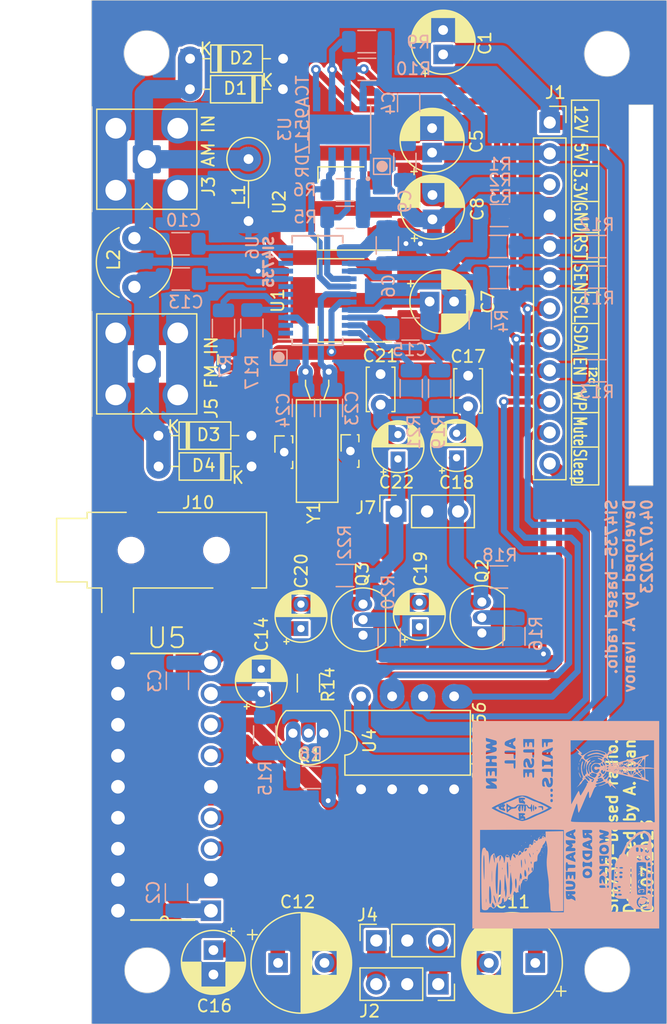
<source format=kicad_pcb>
(kicad_pcb (version 20221018) (generator pcbnew)
  (layers (0 "F.Cu" signal) (31 "B.Cu" signal) (34 "B.Paste" user) (35 "F.Paste" user) (36 "B.SilkS" user "B.Silkscreen") (37 "F.SilkS" user "F.Silkscreen") (38 "B.Mask" user) (39 "F.Mask" user) (44 "Edge.Cuts" user))
  (net 0 "")
  (net 1 "Net-(D1-A)")
  (net 2 "Net-(U6-AMI)")
  (net 3 "Net-(U5-OUT2)")
  (net 4 "GND")
  (net 5 "Net-(J2-Pin_1)")
  (net 6 "Net-(U5-OUT1)")
  (net 7 "Net-(J2-Pin_3)")
  (net 8 "Net-(D3-K)")
  (net 9 "Net-(U6-FMI)")
  (net 10 "Net-(U5-M{slash}SS)")
  (net 11 "Net-(U6-DBYP)")
  (net 12 "3.3V")
  (net 13 "Net-(U5-SVRR)")
  (net 14 "Net-(U5--INV2)")
  (net 15 "Net-(U5--INV1)")
  (net 16 "Net-(U6-RCLK)")
  (net 17 "Net-(U6-GPO3{slash}[DCLK])")
  (net 18 "Net-(Q1-B)")
  (net 19 "Net-(Q1-C)")
  (net 20 "+5V")
  (net 21 "Net-(C17-Pad2)")
  (net 22 "Net-(Q2-B)")
  (net 23 "Net-(Q3-B)")
  (net 24 "Right_Pre")
  (net 25 "Net-(U6-GPO1)")
  (net 26 "Left_Pre")
  (net 27 "Net-(U6-GPO2{slash}[~{INT}])")
  (net 28 "Net-(U6-ROUT{slash}[DOUT])")
  (net 29 "Net-(U6-LOUT{slash}[DFS])")
  (net 30 "Net-(C21-Pad2)")
  (net 35 "S_RST")
  (net 36 "S_SCLK(SCL)")
  (net 37 "S_SEN")
  (net 38 "S_SDIO(SDA)")
  (net 39 "A_SEN")
  (net 40 "A_SDA")
  (net 41 "A_RST")
  (net 42 "A_SCL")
  (net 43 "D28")
  (net 44 "Sleep")
  (net 45 "12V")
  (net 46 "Mute")
  (net 47 "5VA")
  (net 50 "Wp")
  (footprint "Inductor_THT:L_Axial_L7.0mm_D3.3mm_P5.08mm_Vertical_Fastron_MICC" (layer "F.Cu") (at 137.825 92.325 -90)
    (fp_text reference "L1")
    (fp_text value "L" hide)
  )
  (footprint "Capacitor_THT:CP_Radial_D5.0mm_P2.00mm" (layer "F.Cu") (at 152.669888 104)
    (fp_text reference "C7")
    (fp_text value "20uF")
  )
  (footprint "Package_TO_SOT_THT:TO-92_Inline" (layer "F.Cu") (at 147.2125 131.34 90)
    (fp_text reference "Q3")
    (fp_text value "PN2222A")
  )
  (footprint "Connector_PinSocket_2.54mm:PinSocket_1x03_P2.54mm_Vertical" (layer "F.Cu") (at 148.298 156.3621 90)
    (fp_text reference "J4")
    (fp_text value "Audio")
  )
  (footprint "Diode_THT:D_DO-35_SOD27_P7.62mm_Horizontal" (layer "F.Cu") (at 138.075 117.515 180)
    (fp_text reference "D4")
    (fp_text value "BAW75" hide)
  )
  (footprint "Package_TO_SOT_THT:TO-92_Inline" (layer "F.Cu") (at 156.95 131.1626 90)
    (fp_text reference "Q2")
    (fp_text value "PN2222A")
  )
  (footprint "Connector_Coaxial:SMA_Amphenol_901-143_Horizontal" (layer "F.Cu") (at 129.49 92.34 90)
    (fp_text reference "J3")
    (fp_text value "AM_IN" hide)
    (fp_line (start 4.3 -4.5) (end -4.3 -4.5) (stroke (width 0.1)) (layer "Edge.Cuts"))
  )
  (footprint "Connector_PinSocket_2.54mm:PinSocket_1x03_P2.54mm_Vertical" (layer "F.Cu") (at 153.373 159.9371 -90)
    (fp_text reference "J2")
    (fp_text value "Speaker")
  )
  (footprint "Package_DIP:DIP-8_W7.62mm" (layer "F.Cu") (at 147.0548 143.971 90)
    (fp_text reference "U4")
    (fp_text value "24LC256")
  )
  (footprint "Capacitor_THT:C_Disc_D3.4mm_W2.1mm_P2.50mm" (layer "F.Cu") (at 148.65 109.95 -90)
    (fp_text reference "C21")
    (fp_text value "0.01uF")
  )
  (footprint "Connector_PinSocket_2.54mm:PinSocket_1x12_P2.54mm_Vertical" (layer "F.Cu") (at 162.5092 89.3318)
    (fp_text reference "J1")
    (fp_text value "Control Bus")
  )
  (footprint "Capacitor_THT:CP_Radial_D5.0mm_P2.00mm" (layer "F.Cu") (at 134.95 157.15 -90)
    (fp_text reference "C16")
    (fp_text value "100uF" hide)
  )
  (footprint "Connector_Audio:Jack_3.5mm_CUI_SJ-3523-SMT_Horizontal" (layer "F.Cu") (at 130.7 124.375 90)
    (fp_text reference "J10")
    (fp_text value "AudioJack3")
  )
  (footprint "Capacitor_THT:CP_Radial_D5.0mm_P2.00mm" (layer "F.Cu") (at 153.775 83.75 90)
    (fp_text reference "C1")
    (fp_text value "20uF" hide)
  )
  (footprint "Capacitor_THT:CP_Radial_D4.0mm_P2.00mm" (layer "F.Cu") (at 142.125 130.8 90)
    (fp_text reference "C20")
    (fp_text value "0.2uF" hide)
  )
  (footprint "Capacitor_THT:CP_Radial_D4.0mm_P2.00mm" (layer "F.Cu") (at 154.875 116.8 90)
    (fp_text reference "C18")
    (fp_text value "2.2uF")
  )
  (footprint "Capacitor_THT:CP_Radial_D8.0mm_P3.80mm" (layer "F.Cu") (at 161.325 158.2 180)
    (fp_text reference "C11")
    (fp_text value "1000uF" hide)
  )
  (footprint "Capacitor_THT:CP_Radial_D8.0mm_P3.80mm" (layer "F.Cu") (at 140.25 158.197)
    (fp_text reference "C12")
    (fp_text value "1000uF" hide)
  )
  (footprint "Capacitor_THT:CP_Radial_D4.0mm_P2.00mm" (layer "F.Cu") (at 151.825 130.6476 90)
    (fp_text reference "C19")
    (fp_text value "0.2uF" hide)
  )
  (footprint "Capacitor_THT:CP_Radial_D4.0mm_P2.00mm" (layer "F.Cu") (at 138.875 136.1212 90)
    (fp_text reference "C14")
    (fp_text value "0.2uF")
  )
  (footprint "Capacitor_THT:CP_Radial_D5.0mm_P2.00mm" (layer "F.Cu") (at 152.9 97.27 90)
    (fp_text reference "C8")
    (fp_text value "20uF" hide)
  )
  (footprint "Connector_PinSocket_2.54mm:PinSocket_1x03_P2.54mm_Vertical" (layer "F.Cu") (at 149.92 121.2 90)
    (fp_text reference "J7")
    (fp_text value "Jack 3.5")
  )
  (footprint "Package_TO_SOT_SMD:SOT-223-3_TabPin2" (layer "F.Cu") (at 145.425 103.9 180)
    (fp_text reference "U1")
    (fp_text value "AMS1117-5.0" hide)
  )
  (footprint "Diode_THT:D_DO-35_SOD27_P7.62mm_Horizontal" (layer "F.Cu") (at 130.445 114.99)
    (fp_text reference "D3")
    (fp_text value "BAW75" hide)
  )
  (footprint "Package_TO_SOT_THT:TO-92_Inline" (layer "F.Cu") (at 144.0058 139.3724 180)
    (fp_text reference "Q1")
    (fp_text value "PN2222A")
  )
  (footprint "Inductor_THT:L_Radial_D6.0mm_P4.00mm" (layer "F.Cu") (at 128.475 102.8 90)
    (fp_text reference "L2")
    (fp_text value "L")
  )
  (footprint "Capacitor_THT:C_Disc_D3.4mm_W2.1mm_P2.50mm" (layer "F.Cu") (at 155.825 110.075 -90)
    (fp_text reference "C17")
    (fp_text value "0.01uF")
  )
  (footprint "Capacitor_THT:CP_Radial_D5.0mm_P2.00mm" (layer "F.Cu") (at 152.87 91.795113 90)
    (fp_text reference "C5")
    (fp_text value "20uF")
  )
  (footprint "Crystal:Crystal_C38-LF_D3.0mm_L8.0mm_Horizontal" (layer "F.Cu") (at 142.5 109.75)
    (fp_text reference "Y1")
    (fp_text value "32.768kHz" hide)
  )
  (footprint "Diode_THT:D_DO-35_SOD27_P7.62mm_Horizontal" (layer "F.Cu") (at 140.645 86.6 180)
    (fp_text reference "D1")
    (fp_text value "BAW75" hide)
  )
  (footprint "Connector_PinSocket_1.27mm:PinSocket_1x01_P1.27mm_Vertical" (layer "F.Cu") (at 140.75 116.34 90)
    (fp_text reference "J8" hide)
    (fp_text value "Conn_01x01_Pin" hide)
  )
  (footprint "Connector_PinSocket_1.27mm:PinSocket_1x01_P1.27mm_Vertical" (layer "F.Cu") (at 146.175 116.25 90)
    (fp_text reference "J9" hide)
    (fp_text value "Conn_01x01_Pin" hide)
  )
  (footprint "Resistor_SMD:R_1206_3216Metric" (layer "F.Cu") (at 142.7358 135.2683 -90)
    (fp_text reference "R14")
    (fp_text value "4.7k")
  )
  (footprint "Diode_THT:D_DO-35_SOD27_P7.62mm_Horizontal" (layer "F.Cu") (at 133.04 84.1)
    (fp_text reference "D2")
    (fp_text value "BAW75" hide)
  )
  (footprint "Connector_Coaxial:SMA_Amphenol_901-143_Horizontal" (layer "F.Cu") (at 129.485 109.11 90)
    (fp_text reference "J5")
    (fp_text value "FM_IN")
    (fp_line (start 4.3 -4.5) (end -4.3 -4.5) (stroke (width 0.1)) (layer "Edge.Cuts"))
  )
  (footprint "TDA1517P:DIP254P762X470-18" (layer "F.Cu") (at 127.125 133.6 180)
    (fp_text reference "U5")
    (fp_text value "TDA1517P" hide)
  )
  (footprint "Package_TO_SOT_SMD:SOT-223-3_TabPin2" (layer "F.Cu") (at 145.425 96.375 180)
    (fp_text reference "U2")
    (fp_text value "AMS1117-3.3" hide)
  )
  (footprint "Capacitor_THT:CP_Radial_D4.0mm_P2.00mm" (layer "F.Cu") (at 150.075 116.8976 90)
    (fp_text reference "C22")
    (fp_text value "2.2uF")
  )
  (footprint "Resistor_SMD:R_1206_3216Metric" (layer "B.Cu") (at 166.3927 109.6716 180)
    (fp_text reference "R13")
    (fp_text value "10k")
  )
  (footprint "Capacitor_SMD:C_1206_3216Metric" (layer "B.Cu") (at 131.92 152.425 90)
    (fp_text reference "C2")
    (fp_text value "0.01uF")
  )
  (footprint "Resistor_SMD:R_1206_3216Metric" (layer "B.Cu") (at 145.75 94.85 180)
    (fp_text reference "R6")
    (fp_text value "2k" hide)
  )
  (footprint "Capacitor_SMD:C_1206_3216Metric" (layer "B.Cu") (at 149.2 99.4 90)
    (fp_text reference "C6")
    (fp_text value "10n")
  )
  (footprint "Resistor_SMD:R_1206_3216Metric" (layer "B.Cu") (at 153.4875 111.1226 90)
    (fp_text reference "R19")
    (fp_text value "0.2k" hide)
  )
  (footprint "Resistor_SMD:R_1206_3216Metric" (layer "B.Cu") (at 156.8196 105.5263 -90)
    (fp_text reference "R4")
    (fp_text value "3k")
  )
  (footprint "Capacitor_SMD:C_1206_3216Metric" (layer "B.Cu") (at 150.64 92.565 -90)
    (fp_text reference "C9")
    (fp_text value "100nF" hide)
  )
  (footprint "Resistor_SMD:R_1206_3216Metric" (layer "B.Cu") (at 138.1 106.1625 -90)
    (fp_text reference "R17")
    (fp_text value "4.7k" hide)
  )
  (footprint "Capacitor_SMD:C_1206_3216Metric" (layer "B.Cu") (at 132.251951 99.268201)
    (fp_text reference "C10")
    (fp_text value "470nF" hide)
  )
  (footprint "Resistor_SMD:R_1206_3216Metric" (layer "B.Cu") (at 166.3927 101.9966 180)
    (fp_text reference "R11")
    (fp_text value "2k")
  )
  (footprint "Resistor_SMD:R_1206_3216Metric" (layer "B.Cu") (at 151.1625 111.1226 90)
    (fp_text reference "R21")
    (fp_text value "0.2k" hide)
  )
  (footprint "Resistor_SMD:R_1206_3216Metric" (layer "B.Cu") (at 142.9625 143 180)
    (fp_text reference "R8")
    (fp_text value "1k")
  )
  (footprint "Resistor_SMD:R_1206_3216Metric" (layer "B.Cu") (at 158.3625 96.95)
    (fp_text reference "R1")
    (fp_text value "3k" hide)
  )
  (footprint "Resistor_SMD:R_1206_3216Metric" (layer "B.Cu") (at 149.3525 131.5375 90)
    (fp_text reference "R20")
    (fp_text value "4.7k")
  )
  (footprint "Capacitor_SMD:C_1206_3216Metric" (layer "B.Cu") (at 142.325 112.715 -90)
    (fp_text reference "C24")
    (fp_text value "22pF" hide)
  )
  (footprint "Capacitor_SMD:C_1206_3216Metric" (layer "B.Cu") (at 132.275 102.15)
    (fp_text reference "C13")
    (fp_text value "33nF" hide)
  )
  (footprint "Resistor_SMD:R_1206_3216Metric" (layer "B.Cu") (at 158.2821 102.0318 180)
    (fp_text reference "R3")
    (fp_text value "2k")
  )
  (footprint "Resistor_SMD:R_1206_3216Metric" (layer "B.Cu") (at 145.7375 126.45 180)
    (fp_text reference "R22")
    (fp_text value "100k")
  )
  (footprint "Resistor_SMD:R_1206_3216Metric" (layer "B.Cu") (at 145.7375 97.1 180)
    (fp_text reference "R5")
    (fp_text value "2k" hide)
  )
  (footprint "Resistor_SMD:R_1206_3216Metric" (layer "B.Cu") (at 147.525 84.975 180)
    (fp_text reference "R10")
    (fp_text value "10k" hide)
  )
  (footprint "Package_SO:SSOP-24_3.9x8.7mm_P0.635mm" (layer "B.Cu") (at 143.475 103.0925)
    (fp_text reference "U6")
    (fp_text value "Si4735-D60-GU" hide)
  )
  (footprint "Resistor_SMD:R_1206_3216Metric" (layer "B.Cu") (at 158.2781 99.4918 180)
    (fp_text reference "R2")
    (fp_text value "2k" hide)
  )
  (footprint "Resistor_SMD:R_1206_3216Metric" (layer "B.Cu") (at 147.5125 82.7 180)
    (fp_text reference "R9")
    (fp_text value "10k" hide)
  )
  (footprint "Resistor_SMD:R_1206_3216Metric" (layer "B.Cu") (at 166.3927 99.4966 180)
    (fp_text reference "R12")
    (fp_text value "2k")
  )
  (footprint "Capacitor_SMD:C_1206_3216Metric" (layer "B.Cu") (at 151.1 106.25 180)
    (fp_text reference "C15")
    (fp_text value "100nF" hide)
  )
  (footprint "Logo:Logo" (layer "B.Cu") (at 163.825 146.875 -90)
    (fp_text reference "G***" hide)
    (fp_text value "LOGO" hide)
  )
  (footprint "Capacitor_SMD:C_1206_3216Metric" (layer "B.Cu") (at 144.625 112.715 -90)
    (fp_text reference "C23")
    (fp_text value "22pF" hide)
  )
  (footprint "Capacitor_SMD:C_1206_3216Metric" (layer "B.Cu") (at 132 135.075 -90)
    (fp_text reference "C3")
    (fp_text value "0.01uF")
  )
  (footprint "Resistor_SMD:R_1206_3216Metric" (layer "B.Cu") (at 159.575 131.4375 90)
    (fp_text reference "R16")
    (fp_text value "4.7k")
  )
  (footprint "Resistor_SMD:R_1206_3216Metric" (layer "B.Cu") (at 135.775 106.1875 -90)
    (fp_text reference "R7")
    (fp_text value "4.7k")
  )
  (footprint "Resistor_SMD:R_1206_3216Metric" (layer "B.Cu") (at 158.3375 126.5726)
    (fp_text reference "R18")
    (fp_text value "100k")
  )
  (footprint "TCA9517DR:SOIC127P599X175-8N" (layer "B.Cu") (at 145.3125 89.895 90)
    (fp_text reference "U3")
    (fp_text value "TCA9517DR")
  )
  (footprint "Capacitor_SMD:C_1206_3216Metric" (layer "B.Cu") (at 150.95 87.725 90)
    (fp_text reference "C4")
    (fp_text value "100nF" hide)
  )
  (footprint "Resistor_SMD:R_1206_3216Metric" (layer "B.Cu") (at 139.15 139.5 90)
    (fp_text reference "R15")
    (fp_text value "1k")
  )
  (gr_circle (center 148.775 92.925) (end 148.368029 92.925) (stroke (width 0.12)) (fill solid) (layer "B.SilkS"))
  (gr_rect (start 148.075 92.2746) (end 149.425 93.575) (stroke (width 0.12)) (fill none) (layer "B.SilkS"))
  (gr_circle (center 140.325 108.575) (end 139.918029 108.575) (stroke (width 0.12)) (fill solid) (layer "B.SilkS"))
  (gr_rect (start 139.625 107.95) (end 140.975 109.225) (stroke (width 0.12)) (fill none) (layer "B.SilkS"))
  (gr_line (start 164.325 90.5) (end 166.5 90.5) (stroke (width 0.12)) (layer "F.SilkS"))
  (gr_line (start 164.3 98.35) (end 166.5 98.35) (stroke (width 0.12)) (layer "F.SilkS"))
  (gr_line (start 164.3 110.9) (end 166.5 110.9) (stroke (width 0.12)) (layer "F.SilkS"))
  (gr_line (start 164.325 115.925) (end 166.525 115.925) (stroke (width 0.12)) (layer "F.SilkS"))
  (gr_rect (start 164.3 87.5) (end 166.525 119.025) (stroke (width 0.12)) (fill none) (layer "F.SilkS"))
  (gr_line (start 164.325 113.1) (end 166.525 113.1) (stroke (width 0.12)) (layer "F.SilkS"))
  (gr_line (start 164.325 108.3) (end 166.525 108.3) (stroke (width 0.12)) (layer "F.SilkS"))
  (gr_line (start 164.325 95.8) (end 166.525 95.8) (stroke (width 0.12)) (layer "F.SilkS"))
  (gr_line (start 164.325 103.2625) (end 166.525 103.2625) (stroke (width 0.12)) (layer "F.SilkS"))
  (gr_line (start 164.325 92.9) (end 166.525 92.9) (stroke (width 0.12)) (layer "F.SilkS"))
  (gr_line (start 164.325 105.8) (end 166.525 105.8) (stroke (width 0.12)) (layer "F.SilkS"))
  (gr_line (start 164.3 100.75) (end 166.5 100.75) (stroke (width 0.12)) (layer "F.SilkS"))
  (gr_circle (center 167.2 83.7) (end 168.8 84.625) (stroke (width 0.05)) (fill none) (layer "Edge.Cuts"))
  (gr_circle (center 129.475 83.65) (end 131.075 84.575) (stroke (width 0.05)) (fill none) (layer "Edge.Cuts"))
  (gr_circle (center 129.52686 158.8) (end 131.375001 158.8) (stroke (width 0.05)) (fill none) (layer "Edge.Cuts"))
  (gr_rect (start 169 87.875) (end 170.975 119.075) (stroke (width 0.05)) (fill none) (layer "Edge.Cuts"))
  (gr_circle (center 167.225 158.75) (end 169.073141 158.75) (stroke (width 0.05)) (fill none) (layer "Edge.Cuts"))
  (gr_rect (start 124.965 79.315) (end 172.1 163.2) (stroke (width 0.05)) (fill none) (layer "Edge.Cuts"))
  (gr_text "SI4735" (at 139.475 100.75 90) (layer "B.SilkS") (effects (font (size 0.8 0.8) (thickness 0.2)) (justify mirror)))
  (gr_text "Si4735-based radio. \nDeveloped by A. Ivanov\n04.07.2023" (at 169.025 120.1 90) (layer "B.SilkS") (effects (font (size 0.9 0.9) (thickness 0.18) bold) (justify left mirror)))
  (gr_text "Si4735-based radio. \nDeveloped by A. Ivanov\n04.07.2023" (at 169.075 154.275 90) (layer "F.SilkS") (effects (font (size 0.9 0.9) (thickness 0.18) bold) (justify left)))
  (gr_text "RST" (at 165.025 99.525 -90) (layer "F.SilkS") (effects (font (size 1 0.8))))
  (gr_text "SDA" (at 165.025 107.025 -90) (layer "F.SilkS") (effects (font (size 1 0.8))))
  (gr_text "EN" (at 164.975 109.325 -90) (layer "F.SilkS") (effects (font (size 1 0.8))))
  (gr_text "5V" (at 165.05 91.75 -90) (layer "F.SilkS") (effects (font (size 1 0.8))))
  (gr_text "Sleep" (at 164.975 117.525 -90) (layer "F.SilkS") (effects (font (size 1 0.7))))
  (gr_text "AM IN" (at 134.525 90.825 90) (layer "F.SilkS") (effects (font (size 1 1))))
  (gr_text "GND" (at 165.025 97.05 -90) (layer "F.SilkS") (effects (font (size 1 0.8))))
  (gr_text "i2c" (at 166.025 110.05 -90) (layer "F.SilkS") (effects (font (size 0.6 0.6))))
  (gr_text "SCL" (at 165.025 104.6 -90) (layer "F.SilkS") (effects (font (size 1 0.8))))
  (gr_text "12V" (at 165.05 89.025 -90) (layer "F.SilkS") (effects (font (size 1 0.8))))
  (gr_text "WP" (at 164.95 112.125 -90) (layer "F.SilkS") (effects (font (size 1 0.8))))
  (gr_text "SEN" (at 165.025 102.05 -90) (layer "F.SilkS") (effects (font (size 1 0.8))))
  (gr_text "3.3V" (at 165 94.4 -90) (layer "F.SilkS") (effects (font (size 1 0.8))))
  (gr_text "Mute" (at 164.975 114.625 -90) (layer "F.SilkS") (effects (font (size 1 0.7))))
  (segment (start 133.04 85.025) (end 133.04 86.435) (width 2) (layer "F.Cu") (net 1))
  (segment (start 133.04 84.1) (end 133.04 85.025) (width 2) (layer "F.Cu") (net 1))
  (segment (start 129.25 87) (end 129.65 86.6) (width 1.5) (layer "B.Cu") (net 1))
  (segment (start 129.25 92.1) (end 129.25 87) (width 1.5) (layer "B.Cu") (net 1))
  (segment (start 130.7 99.225) (end 129.025 99.225) (width 1.2) (layer "B.Cu") (net 1))
  (segment (start 137.815 92.315) (end 137.825 92.325) (width 0.5) (layer "B.Cu") (net 1))
  (segment (start 129.49 92.34) (end 129.25 92.58) (width 1.5) (layer "B.Cu") (net 1))
  (segment (start 133.04 86.585) (end 133.025 86.6) (width 2) (layer "B.Cu") (net 1))
  (segment (start 133.04 84.1) (end 133.04 86.585) (width 2) (layer "B.Cu") (net 1))
  (segment (start 129.65 86.6) (end 133.025 86.6) (width 1.5) (layer "B.Cu") (net 1))
  (segment (start 137.825 92.325) (end 137.8 92.35) (width 2) (layer "B.Cu") (net 1))
  (segment (start 129.49 92.34) (end 129.25 92.1) (width 1.5) (layer "B.Cu") (net 1))
  (segment (start 137.81 92.34) (end 137.825 92.325) (width 0.9) (layer "B.Cu") (net 1))
  (segment (start 128.475 98.8) (end 129.375 98.8) (width 2) (layer "B.Cu") (net 1))
  (segment (start 129.25 92.58) (end 129.25 98.445) (width 1.5) (layer "B.Cu") (net 1))
  (segment (start 129.49 92.34) (end 137.81 92.34) (width 1.5) (layer "B.Cu") (net 1))
  (segment (start 139.4 99.6) (end 139.065 99.6) (width 0.5) (layer "B.Cu") (net 2))
  (segment (start 139.4 99.6) (end 135.69 99.6) (width 0.5) (layer "B.Cu") (net 2))
  (segment (start 133.525 98.7) (end 133.525 98.842909) (width 0.5) (layer "B.Cu") (net 2))
  (segment (start 135.69 99.6) (end 135.675 99.615) (width 0.5) (layer "B.Cu") (net 2))
  (segment (start 140.875 99.6) (end 139.4 99.6) (width 0.5) (layer "B.Cu") (net 2))
  (segment (start 133.525 98.842909) (end 134.297091 99.615) (width 0.5) (layer "B.Cu") (net 2))
  (segment (start 134.297091 99.615) (end 135.675 99.615) (width 0.5) (layer "B.Cu") (net 2))
  (segment (start 139.065 99.6) (end 139.05 99.615) (width 0.5) (layer "B.Cu") (net 2))
  (segment (start 139.05 99.615) (end 139.775 99.615) (width 0.5) (layer "B.Cu") (net 2))
  (segment (start 135.675 99.615) (end 139.05 99.615) (width 0.5) (layer "B.Cu") (net 2))
  (segment (start 158.7202 153.25) (end 148.475 153.25) (width 1.2) (layer "F.Cu") (net 3))
  (segment (start 136.445 141.22) (end 134.745 141.22) (width 1.2) (layer "F.Cu") (net 3))
  (segment (start 161.325 158.2) (end 161.325 155.8548) (width 1.2) (layer "F.Cu") (net 3))
  (segment (start 161.325 158.3542) (end 161.325 155.8548) (width 0.5) (layer "F.Cu") (net 3))
  (segment (start 161.325 155.8548) (end 158.7202 153.25) (width 1.2) (layer "F.Cu") (net 3))
  (segment (start 148.475 153.25) (end 136.445 141.22) (width 1.2) (layer "F.Cu") (net 3))
  (segment (start 160.52 96.69) (end 161.18 96.03) (width 1.2) (layer "F.Cu") (net 4))
  (segment (start 126.88 111.585) (end 126.945 111.65) (width 1.2) (layer "F.Cu") (net 4))
  (segment (start 133.25 90.15) (end 133.25 94.705) (width 2) (layer "F.Cu") (net 4))
  (segment (start 154.669888 103.219166) (end 154.94 103.489278) (width 1.2) (layer "F.Cu") (net 4))
  (segment (start 138.065 116.475) (end 138.065 117.505) (width 1.2) (layer "F.Cu") (net 4))
  (segment (start 151.9882 95.03) (end 154.5 95.03) (width 1.2) (layer "F.Cu") (net 4))
  (segment (start 148.525 131.425) (end 145.925 131.425) (width 1.2) (layer "F.Cu") (net 4))
  (segment (start 154.6748 143.971) (end 154.6208 144.025) (width 2) (layer "F.Cu") (net 4))
  (segment (start 131.94 89.775) (end 131.99 89.825) (width 2) (layer "F.Cu") (net 4))
  (segment (start 134.475 98.6) (end 133.4 98.6) (width 2) (layer "F.Cu") (net 4))
  (segment (start 145.775 131.325) (end 145.775 130.375) (width 1.2) (layer "F.Cu") (net 4))
  (segment (start 126.175 134.025) (end 127.775 132.425) (width 1.2) (layer "F.Cu") (net 4))
  (segment (start 138.075 117.515) (end 140.215 117.515) (width 2) (layer "F.Cu") (net 4))
  (segment (start 133.29 149.925) (end 133.9075 150.5425) (width 1.2) (layer "F.Cu") (net 4))
  (segment (start 134.375 112.85) (end 128.165 112.85) (width 2) (layer "F.Cu") (net 4))
  (segment (start 153.775 80.925) (end 153.34 80.49) (width 1.2) (layer "F.Cu") (net 4))
  (segment (start 155.7 109.95) (end 155.825 110.075) (width 1.2) (layer "F.Cu") (net 4))
  (segment (start 147.125 142.8) (end 154.85 142.8) (width 1.2) (layer "F.Cu") (net 4))
  (segment (start 155.325 145) (end 155.325 143.275) (width 1.2) (layer "F.Cu") (net 4))
  (segment (start 133.5 90.75) (end 133.25 91) (width 2) (layer "F.Cu") (net 4))
  (segment (start 146.35 142.75) (end 146.8 142.3) (width 1.2) (layer "F.Cu") (net 4))
  (segment (start 133.4 98.6) (end 133.325 98.675) (width 2) (layer "F.Cu") (net 4))
  (segment (start 152.5 118.85) (end 151.55 118.85) (width 1.2) (layer "F.Cu") (net 4))
  (segment (start 128.8 126.6) (end 128.925 126.6) (width 1.2) (layer "F.Cu") (net 4))
  (segment (start 151.025 106.2) (end 151.075 106.25) (width 2) (layer "F.Cu") (net 4))
  (segment (start 128.925 126.6) (end 128.825 126.5) (width 1.2) (layer "F.Cu") (net 4))
  (segment (start 128.75 155.6) (end 126.325 155.6) (width 1.2) (layer "F.Cu") (net 4))
  (segment (start 164.3809 96.7191) (end 164.0009 96.3391) (width 1.2) (layer "F.Cu") (net 4))
  (segment (start 133.75 151.65) (end 134.02 151.38) (width 1.2) (layer "F.Cu") (net 4))
  (segment (start 154.6208 144.025) (end 146.665 144.025) (width 2) (layer "F.Cu") (net 4))
  (segment (start 133.2 90.15) (end 133.25 90.15) (width 2) (layer "F.Cu") (net 4))
  (segment (start 127.825 126.525) (end 127.825 127.35) (width 1.2) (layer "F.Cu") (net 4))
  (segment (start 141.375 113.4) (end 140.825 112.85) (width 2) (layer "F.Cu") (net 4))
  (segment (start 161.18 96.03) (end 163.6918 96.03) (width 1.2) (layer "F.Cu") (net 4))
  (segment (start 154.94 103.489278) (end 154.94 105.901888) (width 1.2) (layer "F.Cu") (net 4))
  (segment (start 137.825 95.75) (end 137.825 98.075) (width 2) (layer "F.Cu") (net 4))
  (segment (start 146.925 115.5875) (end 146.925 114.85) (width 1.2) (layer "F.Cu") (net 4))
  (segment (start 149.68 106.2) (end 154.46 106.2) (width 1.2) (layer "F.Cu") (net 4))
  (segment (start 149.68 106.2) (end 150.355 106.875) (width 1.2) (layer "F.Cu") (net 4))
  (segment (start 133.25 90.15) (end 132.4 90.15) (width 2) (layer "F.Cu") (net 4))
  (segment (start 139.72 134.59) (end 137.74 134.59) (width 1.2) (layer "F.Cu") (net 4))
  (segment (start 144.05 138.075) (end 144.125 138) (width 1.2) (layer "F.Cu") (net 4))
  (segment (start 126.945 106.57) (end 126.88 106.635) (width 1.2) (layer "F.Cu") (net 4))
  (segment (start 152.5 121.16) (end 152.5 118.85) (width 1.2) (layer "F.Cu") (net 4))
  (segment (start 133.5 88.7) (end 133.5 90.75) (width 2) (layer "F.Cu") (net 4))
  (segment (start 162.64 97.8918) (end 162.6382 97.89) (width 1.2) (layer "F.Cu") (net 4))
  (segment (start 162.5092 96.9518) (end 162.64 97.0826) (width 1.2) (layer "F.Cu") (net 4))
  (segment (start 136.1 159.15) (end 135.8 158.85) (width 1.2) (layer "F.Cu") (net 4))
  (segment (start 147.0548 143.971) (end 147.0548 142.8702) (width 1.2) (layer "F.Cu") (net 4))
  (segment (start 151.75 122.5) (end 153.275 122.5) (width 1.2) (layer "F.Cu") (net 4))
  (segment (start 136.93 94.855) (end 137 94.925) (width 2) (layer "F.Cu") (net 4))
  (segment (start 152.3025 81.34) (end 154.7575 81.34) (width 1.2) (layer "F.Cu") (net 4))
  (segment (start 126.91 89.825) (end 126.96 89.775) (width 2) (layer "F.Cu") (net 4))
  (segment (start 131.75 88.7) (end 133.5 88.7) (width 2) (layer "F.Cu") (net 4))
  (segment (start 137.0875 118.3875) (end 137.025 118.45) (width 2) (layer "F.Cu") (net 4))
  (segment (start 151.4382 90.24) (end 153.95 90.24) (width 1.2) (layer "F.Cu") (net 4))
  (segment (start 157.975 131.225) (end 157.025 131.225) (width 1.2) (layer "F.Cu") (net 4))
  (segment (start 127.1 128.075) (end 127.1 134.675) (width 2) (layer "F.Cu") (net 4))
  (segment (start 144.05 140.25) (end 144.05 138.075) (width 1.2) (layer "F.Cu") (net 4))
  (segment (start 125.825 129.4) (end 125.825 126.7) (width 1.2) (layer "F.Cu") (net 4))
  (segment (start 131.405 95) (end 127.425 95) (width 2) (layer "F.Cu") (net 4))
  (segment (start 133.25 94.705) (end 133.4 94.855) (width 2) (layer "F.Cu") (net 4))
  (segment (start 127.125 129.925) (end 126.35 129.925) (width 1.2) (layer "F.Cu") (net 4))
  (segment (start 147.0548 142.8702) (end 147.125 142.8) (width 1.2) (layer "F.Cu") (net 4))
  (segment (start 128.75 155.6) (end 129.975 155.6) (width 1.2) (layer "F.Cu") (net 4))
  (segment (start 158.275 130.475) (end 158.275 131.35) (width 1.2) (layer "F.Cu") (net 4))
  (segment (start 154.669888 103.219166) (end 153.995361 102.544639) (width 1.2) (layer "F.Cu") (net 4))
  (segment (start 148.65 131.3) (end 148.65 130.35) (width 1.2) (layer "F.Cu") (net 4))
  (segment (start 132.05 111.625) (end 132.05 106.595) (width 1.2) (layer "F.Cu") (net 4))
  (segment (start 141.375 117.75) (end 141.375 113.4) (width 2) (layer "F.Cu") (net 4))
  (segment (start 146.925 114.85) (end 146.525 115.25) (width 1.2) (layer "F.Cu") (net 4))
  (segment (start 145.625 117.4) (end 145.625 112.275) (width 1.2) (layer "F.Cu") (net 4))
  (segment (start 135.5925 150.5425) (end 133.9075 150.5425) (width 1.2) (layer "F.Cu") (net 4))
  (segment (start 132.025 111.65) (end 132.05 111.625) (width 1.2) (layer "F.Cu") (net 4))
  (segment (start 146.55 110.3) (end 147.075 110.825) (width 1.2) (layer "F.Cu") (net 4))
  (segment (start 127.825 127.35) (end 127.1 128.075) (width 1.2) (layer "F.Cu") (net 4))
  (segment (start 154.204776 106.875) (end 154.669888 106.409888) (width 1.2) (layer "F.Cu") (net 4))
  (segment (start 141.62 83.75) (end 141.62 87.18) (width 1.2) (layer "F.Cu") (net 4))
  (segment (start 128.35 129.3) (end 128.35 127.05) (width 1.2) (layer "F.Cu") (net 4))
  (segment (start 140.375 115.59) (end 139.25 114.465) (width 2) (layer "F.Cu") (net 4))
  (segment (start 137.825 95.75) (end 137.825 97.405) (width 2) (layer "F.Cu") (net 4))
  (segment (start 133.325 95.925) (end 133.325 94.93) (width 2) (layer "F.Cu") (net 4))
  (segment (start 127.1 134.675) (end 127.125 134.7) (width 2) (layer "F.Cu") (net 4))
  (segment (start 132.025 106.57) (end 126.945 106.57) (width 2) (layer "F.Cu") (net 4))
  (segment (start 151.625 122.375) (end 151.75 122.5) (width 1.2) (layer "F.Cu") (net 4))
  (segment (start 160.7818 96.9518) (end 162.5092 96.9518) (width 1.2) (layer "F.Cu") (net 4))
  (segment (start 134.475 98.6) (end 137.3 98.6) (width 2) (layer "F.Cu") (net 4))
  (segment (start 138.875 134.1212) (end 139.5388 134.1212) (width 1.2) (layer "F.Cu") (net 4))
  (segment (start 126.31 88.15) (end 125.985 88.475) (width 2) (layer "F.Cu") (net 4))
  (segment (start 151.94 80.49) (end 151.94 82.91) (width 1.2) (layer "F.Cu") (net 4))
  (segment (start 137.6 97.405) (end 135.05 94.855) (width 2) (layer "F.Cu") (net 4))
  (segment (start 134.02 151.38) (end 134.745 151.38) (width 1.2) (layer "F.Cu") (net 4))
  (segment (start 139.275 112.85) (end 139.275 115.365) (width 2) (layer "F.Cu") (net 4))
  (segment (start 158.05 132.2) (end 158.05 131.25) (width 1.2) (layer "F.Cu") (net 4))
  (segment (start 135.55 142.95) (end 133.45 142.95) (width 1.2) (layer "F.Cu") (net 4))
  (segment (start 132.075 105.275) (end 130.625 105.275) (width 2) (layer "F.Cu") (net 4))
  (segment (start 151.8 155.45) (end 151.8 161.575) (width 1.2) (layer "F.Cu") (net 4))
  (segment (start 133.935 142.95) (end 133.45 142.95) (width 1.2) (layer "F.Cu") (net 4))
  (segment (start 158.475 130.275) (end 158.275 130.475) (width 1.2) (layer "F.Cu") (net 4))
  (segment (start 152.88 80.48) (end 155.3 80.48) (width 1.2) (layer "F.Cu") (net 4))
  (segment (start 160.52 96.69) (end 160.7818 96.9518) (width 1.2) (layer "F.Cu") (net 4))
  (segment (start 153.995361 102.544639) (end 154.24 102.789278) (width 1.2) (layer "F.Cu") (net 4))
  (segment (start 125.985 96.35) (end 125.985 105.125) (width 2) (layer "F.Cu") (net 4))
  (segment (start 132.025 94.855) (end 132.025 106.57) (width 2) (layer "F.Cu") (net 4))
  (segment (start 132.275 89.86) (end 132.275 94.94) (width 2) (layer "F.Cu") (net 4))
  (segment (start 133.325 98.675) (end 133.325 97.175) (width 2) (layer "F.Cu") (net 4))
  (segment (start 126.325 155.6) (end 125.565 154.84) (width 1.2) (layer "F.Cu") (net 4))
  (segment (start 132.775 151.175) (end 133.9 152.3) (width 1.2) (layer "F.Cu") (net 4))
  (segment (start 132.05 106.595) (end 132.025 106.57) (width 1.2) (layer "F.Cu") (net 4))
  (segment (start 152.15 80.62) (end 152.05 80.72) (width 1.2) (layer "F.Cu") (net 4))
  (segment (start 155.975 132.2) (end 155.975 131.25) (width 1.2) (layer "F.Cu") (net 4))
  (segment (start 146.8625 116.1) (end 147.4375 116.1) (width 1.2) (layer "F.Cu") (net 4))
  (segment (start 153.775 81.75) (end 153.775 80.925) (width 1.2) (layer "F.Cu") (net 4))
  (segment (start 163.6918 96.03) (end 164.0009 96.3391) (width 1.2) (layer "F.Cu") (net 4))
  (segment (start 157.55 117.05) (end 157.55 110.725) (width 1.2) (layer "F.Cu") (net 4))
  (segment (start 147.65 118.85) (end 147.075 118.85) (width 1.2) (layer "F.Cu") (net 4))
  (segment (start 153.275 118.875) (end 153.3 118.85) (width 1.2) (layer "F.Cu") (net 4))
  (segment (start 137.825 98.4875) (end 137.9 98.5625) (width 2) (layer "F.Cu") (net 4))
  (segment (start 133.525 159.15) (end 134.95 159.15) (width 1.2) (layer "F.Cu") (net 4))
  (segment (start 160.52 97.7736) (end 160.52 96.69) (width 1.2) (layer "F.Cu") (net 4))
  (segment (start 125.985 112.66) (end 126.325 113) (width 2) (layer "F.Cu") (net 4))
  (segment (start 128.45 88.15) (end 131.2 88.15) (width 2) (layer "F.Cu") (net 4))
  (segment (start 132.4 90.15) (end 133.25 91) (width 2) (layer "F.Cu") (net 4))
  (segment (start 133.325 108.85) (end 133.325 99.825) (width 2) (layer "F.Cu") (net 4))
  (segment (start 126.175 154.175) (end 126.175 134.025) (width 1.2) (layer "F.Cu") (net 4))
  (segment (start 151.7 155.35) (end 151.8 155.45) (width 1.2) (layer "F.Cu") (net 4))
  (segment (start 155.325 143.275) (end 154.85 142.8) (width 1.2) (layer "F.Cu") (net 4))
  (segment (start 127.125 134.7) (end 127.125 153.92) (width 1.2) (layer "F.Cu") (net 4))
  (segment (start 133.325 97.175) (end 133.325 95.925) (width 2) (layer "F.Cu") (net 4))
  (segment (start 153.34 80.49) (end 142.29 80.49) (width 1.2) (layer "F.Cu") (net 4))
  (segment (start 138.065 114.99) (end 138.065 116.475) (width 1.2) (layer "F.Cu") (net 4))
  (segment (start 148.9375 131.35) (end 146.1625 131.35) (width 1.2) (layer "F.Cu") (net 4))
  (segment (start 138.065 114.99) (end 137.0875 114.0125) (width 2) (layer "F.Cu") (net 4))
  (segment (start 148.575 98.675) (end 150.5 98.675) (width 2) (layer "F.Cu") (net 4))
  (segment (start 151.9782 94.4) (end 154.49 94.4) (width 1.2) (layer "F.Cu") (net 4))
  (segment (start 127.125 153.92) (end 127.15 153.945) (width 1.2) (layer "F.Cu") (net 4))
  (segment (start 156.775 109.95) (end 157.55 110.725) (width 1.2) (layer "F.Cu") (net 4))
  (segment (start 129.05 128.6) (end 127.725 129.925) (width 1.2) (layer "F.Cu") (net 4))
  (segment (start 138.075 117.515) (end 139.065 116.525) (width 2) (layer "F.Cu") (net 4))
  (segment (start 133.4075 150.5425) (end 132.775 151.175) (width 1.2) (layer "F.Cu") (net 4))
  (segment (start 132.025 89.775) (end 132.025 89.45) (width 2) (layer "F.Cu") (net 4))
  (segment (start 154.706561 106.446561) (end 154.46 106.2) (width 1.2) (layer "F.Cu") (net 4))
  (segment (start 125.825 126.7) (end 125.85 126.675) (width 1.2) (layer "F.Cu") (net 4))
  (segment (start 126.88 106.635) (end 126.88 111.585) (width 1.2) (layer "F.Cu") (net 4))
  (segment (start 133.85 144.15) (end 132.775 145.225) (width 1.2) (layer "F.Cu") (net 4))
  (segment (start 127.15 153.945) (end 127.15 155.15) (width 1.2) (layer "F.Cu") (net 4))
  (segment (start 162.6382 97.89) (end 160.64 97.89) (width 1.2) (layer "F.Cu") (net 4))
  (segment (start 133.325 106.725) (end 133.375 106.675) (width 2) (layer "F.Cu") (net 4))
  (segment (start 125.985 88.475) (end 125.985 96.35) (width 2) (layer "F.Cu") (net 4))
  (segment (start 136.025 144.7) (end 136.025 143.425) (width 1.2) (layer "F.Cu") (net 4))
  (segment (start 133.9075 150.5425) (end 134.745 151.38) (width 1.2) (layer "F.Cu") (net 4))
  (segment (start 146.9 109.95) (end 146.55 110.3) (width 1.2) (layer "F.Cu") (net 4))
  (segment (start 133.375 106.675) (end 132.075 105.375) (width 2) (layer "F.Cu") (net 4))
  (segment (start 127.95 132.6) (end 127.95 155.475) (width 1.2) (layer "F.Cu") (net 4))
  (segment (start 140.66 86.675) (end 140.66 84.1) (width 2) (layer "F.Cu") (net 4))
  (segment (start 140.4 118.725) (end 141.375 117.75) (width 2) (layer "F.Cu") (net 4))
  (segment (start 126.96 89.775) (end 131.94 89.775) (width 2) (layer "F.Cu") (net 4))
  (segment (start 132.075 105.375) (end 132.075 105.275) (width 2) (layer "F.Cu") (net 4))
  (segment (start 126.35 129.925) (end 125.825 129.4) (width 1.2) (layer "F.Cu") (net 4))
  (segment (start 151.456631 89.711637) (end 153.968431 89.711637) (width 1.2) (layer "F.Cu") (net 4))
  (segment (start 148.65 109.95) (end 146.9 109.95) (width 1.2) (layer "F.Cu") (net 4))
  (segment (start 138.115 116.525) (end 138.065 116.475) (width 1.2) (layer "F.Cu") (net 4))
  (segment (start 146.8625 116.1) (end 146.5125 115.75) (width 1.2) (layer "F.Cu") (net 4))
  (segment (start 155.4 80.55) (end 155.4 82.97) (width 1.2) (layer "F.Cu") (net 4))
  (segment (start 133.9 151.8) (end 133.75 151.65) (width 1.2) (layer "F.Cu") (net 4))
  (segment (start 139.065 116.525) (end 140.5 116.525) (width 2) (layer "F.Cu") (net 4))
  (segment (start 126.945 112.38) (end 126.945 111.65) (width 2) (layer "F.Cu") (net 4))
  (segment (start 151.55 118.85) (end 147.65 118.85) (width 1.2) (layer "F.Cu") (net 4))
  (segment (start 151.5182 89.24) (end 154.03 89.24) (width 1.2) (layer "F.Cu") (net 4))
  (segment (start 135.05 94.855) (end 136.93 94.855) (width 2) (layer "F.Cu") (net 4))
  (segment (start 140.17 87.97) (end 139.52 87.32) (width 1.2) (layer "F.Cu") (net 4))
  (segment (start 146.35 145) (end 146.35 142.75) (width 1.2) (layer "F.Cu") (net 4))
  (segment (start 137.825 97.405) (end 137.6 97.405) (width 2) (layer "F.Cu") (net 4))
  (segment (start 137.0875 114.0125) (end 137.0875 118.3875) (width 2) (layer "F.Cu") (net 4))
  (segment (start 133.9 152.3) (end 133.9 151.8) (width 1.2) (layer "F.Cu") (net 4))
  (segment (start 129.975 155.6) (end 133.525 159.15) (width 1.2) (layer "F.Cu") (net 4))
  (segment (start 126.945 111.65) (end 132.025 111.65) (width 2) (layer "F.Cu") (net 4))
  (segment (start 132.775 149.925) (end 132.775 151.175) (width 1.2) (layer "F.Cu") (net 4))
  (segment (start 133.325 99.825) (end 133.325 98.675) (width 2) (layer "F.Cu") (net 4))
  (segment (start 146.5375 116.65) (end 146.5375 115.55) (width 1.2) (layer "F.Cu") (net 4))
  (segment (start 132.775 149.925) (end 133.29 149.925) (width 1.2) (layer "F.Cu") (net 4))
  (segment (start 145.325 140.825) (end 145.4375 140.9375) (width 1.2) (layer "F.Cu") (net 4))
  (segment (start 140.66 82.12) (end 140.66 84.1) (width 1.2) (layer "F.Cu") (net 4))
  (segment (start 155.525 130.125) (end 155.525 131.075) (width 1.2) (layer "F.Cu") (net 4))
  (segment (start 127.775 132.425) (end 126.115 132.425) (width 1.2) (layer "F.Cu") (net 4))
  (segment (start 133.25 91) (end 133.25 94.705) (width 2) (layer "F.Cu") (net 4))
  (segment (start 128.35 127.05) (end 127.825 126.525) (width 1.2) (layer "F.Cu") (net 4))
  (segment (start 149.68 106.2) (end 153.64 106.2) (width 1.2) (layer "F.Cu") (net 4))
  (segment (start 127.775 132.425) (end 127.95 132.6) (width 1.2) (layer "F.Cu") (net 4))
  (segment (start 147.6 117.125) (end 147.6 118.8) (width 1.2) (layer "F.Cu") (net 4))
  (segment (start 128.825 126.5) (end 125.775 126.5) (width 1.2) (layer "F.Cu") (net 4))
  (segment (start 133.325 108.85) (end 133.325 106.725) (width 2) (layer "F.Cu") (net 4))
  (segment (start 145.875 114.85) (end 145.8 114.775) (width 1.2) (layer "F.Cu") (net 4))
  (segment (start 140.19 116.615) (end 140.375 116.8) (width 2) (layer "F.Cu") (net 4))
  (segment (start 163.2082 97.8918) (end 160.6382 97.8918) (width 1.2) (layer "F.Cu") (net 4))
  (segment (start 133.85 144.15) (end 133.45 144.15) (width 1.2) (layer "F.Cu") (net 4))
  (segment (start 127.125 133.6) (end 127.125 129.925) (width 1.2) (layer "F.Cu") (net 4))
  (segment (start 150.025 155.575) (end 150.025 161.4) (width 1.2) (layer "F.Cu") (net 4))
  (segment (start 147.075 110.825) (end 157.05 110.825) (width 1.2) (layer "F.Cu") (net 4))
  (segment (start 163.2082 97.8918) (end 164.3809 96.7191) (width 1.2) (layer "F.Cu") (net 4))
  (segment (start 148.65 131.3) (end 148.525 131.425) (width 1.2) (layer "F.Cu") (net 4))
  (segment (start 132.975 113) (end 133.325 112.65) (width 2) (layer "F.Cu") (net 4))
  (segment (start 148.575 106.2) (end 149.1 106.2) (width 2) (layer "F.Cu") (net 4))
  (segment (start 141.24 113.4) (end 139.275 115.365) (width 2) (layer "F.Cu") (net 4))
  (segment (start 155.75 118.85) (end 157.55 117.05) (width 1.2) (layer "F.Cu") (net 4))
  (segment (start 152.46 121.2) (end 152.5 121.16) (width 1.2) (layer "F.Cu") (net 4))
  (segment (start 132.025 94.855) (end 133.4 94.855) (width 2) (layer "F.Cu") (net 4))
  (segment (start 150.875 155.45) (end 150.875 161.4) (width 1.2) (layer "F.Cu") (net 4))
  (segment (start 156.975 132.175) (end 156.975 131.225) (width 1.2) (layer "F.Cu") (net 4))
  (segment (start 140.825 112.85) (end 139.275 112.85) (width 2) (layer "F.Cu") (net 4))
  (segment (start 126.47 88.5925) (end 126.47 96.4675) (width 2) (layer "F.Cu") (net 4))
  (segment (start 127.95 155.475) (end 127.825 155.6) (width 1.2) (layer "F.Cu") (net 4))
  (segment (start 137.65 95.925) (end 137.825 95.75) (width 2) (layer "F.Cu") (net 4))
  (segment (start 147.225 109.6) (end 154.275 109.6) (width 1.2) (layer "F.Cu") (net 4))
  (segment (start 154.669888 104.14) (end 154.669888 106.409888) (width 1.2) (layer "F.Cu") (net 4))
  (segment (start 140.5 116.525) (end 138.115 116.525) (width 1.2) (layer "F.Cu") (net 4))
  (segment (start 134.25 98.9) (end 133.325 99.825) (width 2) (layer "F.Cu") (net 4))
  (segment (start 163.3882 96.9518) (end 164.0009 96.3391) (width 1.2) (layer "F.Cu") (net 4))
  (segment (start 140.83 87.97) (end 140.17 87.97) (width 1.2) (layer "F.Cu") (net 4))
  (segment (start 145.9875 116.725) (end 147.5625 116.725) (width 1.2) (layer "F.Cu") (net 4))
  (segment (start 141.14 83.27) (end 141.62 83.75) (width 1.2) (layer "F.Cu") (net 4))
  (segment (start 153.64 106.2) (end 154.24 105.6) (width 1.2) (layer "F.Cu") (net 4))
  (segment (start 158.05 132.2) (end 158 132.25) (width 1.2) (layer "F.Cu") (net 4))
  (segment (start 127.15 155.15) (end 126.175 154.175) (width 1.2) (layer "F.Cu") (net 4))
  (segment (start 133.45 142.95) (end 133.45 144.15) (width 1.2) (layer "F.Cu") (net 4))
  (segment (start 149.9 109.6) (end 156.95 109.6) (width 1.2) (layer "F.Cu") (net 4))
  (segment (start 132.775 145.225) (end 132.775 149.925) (width 1.2) (layer "F.Cu") (net 4))
  (segment (start 136.93 94.855) (end 137.825 95.75) (width 2) (layer "F.Cu") (net 4))
  (segment (start 128.45 88.15) (end 126.31 88.15) (width 2) (layer "F.Cu") (net 4))
  (segment (start 134.3 159.925) (end 133.525 159.15) (width 1.2) (layer "F.Cu") (net 4))
  (segment (start 162.64 97.8918) (end 163.2082 97.8918) (width 1.2) (layer "F.Cu") (net 4))
  (segment (start 137.825 97.405) (end 133.555 97.405) (width 2) (layer "F.Cu") (net 4))
  (segment (start 147.075 118.85) (end 146.55 118.325) (width 1.2) (layer "F.Cu") (net 4))
  (segment (start 137.9 94.5875) (end 137.825 94.6625) (width 2) (layer "F.Cu") (net 4))
  (segment (start 136.875 159.925) (end 134.3 159.925) (width 1.2) (layer "F.Cu") (net 4))
  (segment (start 150.025 109.625) (end 150.35 109.95) (width 1.2) (layer "F.Cu") (net 4))
  (segment (start 129.05 126.475) (end 129.05 128.6) (width 1.2) (layer "F.Cu") (net 4))
  (segment (start 137.3 118.725) (end 140.4 118.725) (width 2) (layer "F.Cu") (net 4))
  (segment (start 136.875 159.925) (end 136.1 159.15) (width 1.2) (layer "F.Cu") (net 4))
  (segment (start 139.275 112.85) (end 134.375 112.85) (width 2) (layer "F.Cu") (net 4))
  (segment (start 153.3 118.85) (end 155.75 118.85) (width 1.2) (layer "F.Cu") (net 4))
  (segment (start 143.075 140.825) (end 145.325 140.825) (width 1.2) (layer "F.Cu") (net 4))
  (segment (start 144.8 138.675) (end 144.125 138) (width 1.2) (layer "F.Cu") (net 4))
  (segment (start 126.325 113) (end 126.945 112.38) (width 2) (layer "F.Cu") (net 4))
  (segment (start 125.565 132.975) (end 126.5 132.975) (width 1.2) (layer "F.Cu") (net 4))
  (segment (start 136.025 143.425) (end 135.55 142.95) (width 1.2) (layer "F.Cu") (net 4))
  (segment (start 146.925 114.85) (end 145.875 114.85) (width 1.2) (layer "F.Cu") (net 4))
  (segment (start 127.725 129.925) (end 128.35 129.3) (width 1.2) (layer "F.Cu") (net 4))
  (segment (start 150.355 106.875) (end 154.204776 106.875) (width 1.2) (layer "F.Cu") (net 4))
  (segment (start 149.1 106.2) (end 149.68 106.2) (width 2) (layer "F.Cu") (net 4))
  (segment (start 146.55 118.325) (end 146.55 115.05) (width 1.2) (layer "F.Cu") (net 4))
  (segment (start 152.5 118.85) (end 153.3 118.85) (width 1.2) (layer "F.Cu") (net 4))
  (segment (start 155.325 145) (end 146.35 145) (width 1.2) (layer "F.Cu") (net 4))
  (segment (start 147.075 118.85) (end 145.625 117.4) (width 1.2) (layer "F.Cu") (net 4))
  (segment (start 137.825 98.075) (end 137.3 98.6) (width 2) (layer "F.Cu") (net 4))
  (segment (start 138.05 94.8625) (end 138.05 98.6875) (width 2) (layer "F.Cu") (net 4))
  (segment (start 148.65 109.95) (end 155.7 109.95) (width 1.2) (layer "F.Cu") (net 4))
  (segment (start 139.52 87.32) (end 139.52 83.29) (width 1.2) (layer "F.Cu") (net 4))
  (segment (start 160.6382 97.8918) (end 160.52 97.7736) (width 1.2) (layer "F.Cu") (net 4))
  (segment (start 130.825 96.35) (end 130.85 96.325) (width 2) (layer "F.Cu") (net 4))
  (segment (start 154.24 102.789278) (end 154.24 105.016832) (width 1.2) (layer "F.Cu") (net 4))
  (segment (start 141.375 113.4) (end 141.24 113.4) (width 2) (layer "F.Cu") (net 4))
  (segment (start 134.745 143.76) (end 135.085 143.76) (width 1.2) (layer "F.Cu") (net 4))
  (segment (start 150.175 155.425) (end 150.025 155.575) (width 1.2) (layer "F.Cu") (net 4))
  (segment (start 125.565 154.84) (end 125.565 132.975) (width 1.2) (layer "F.Cu") (net 4))
  (segment (start 133.325 95.925) (end 137.65 95.925) (width 2) (layer "F.Cu") (net 4))
  (segment (start 138.065 117.505) (end 138.075 117.515) (width 1.2) (layer "F.Cu") (net 4))
  (segment (start 137.825 94.6625) (end 137.825 98.4875) (width 2) (layer "F.Cu") (net 4))
  (segment (start 133.325 94.93) (end 133.4 94.855) (width 2) (layer "F.Cu") (net 4))
  (segment (start 151.9882 95.03) (end 152.5482 95.59) (width 1.2) (layer "F.Cu") (net 4))
  (segment (start 154.669888 106.409888) (end 154.706561 106.446561) (width 1.2) (layer "F.Cu") (net 4))
  (segment (start 142.29 80.49) (end 140.66 82.12) (width 1.2) (layer "F.Cu") (net 4))
  (segment (start 152.5482 95.59) (end 154.45 95.59) (width 1.2) (layer "F.Cu") (net 4))
  (segment (start 128.165 112.85) (end 128.015 113) (width 2) (layer "F.Cu") (net 4))
  (segment (start 134.4 144.7) (end 133.85 144.15) (width 1.2) (layer "F.Cu") (net 4))
  (segment (start 147.5625 116.225) (end 146.925 115.5875) (width 1.2) (layer "F.Cu") (net 4))
  (segment (start 151.55 118.85) (end 151.625 118.925) (width 1.2) (layer "F.Cu") (net 4))
  (segment (start 156.875 131.225) (end 155.925 131.225) (width 1.2) (layer "F.Cu") (net 4))
  (segment (start 130.625 105.275) (end 130.85 105.05) (width 2) (layer "F.Cu") (net 4))
  (segment (start 126.325 113) (end 132.975 113) (width 2) (layer "F.Cu") (net 4))
  (segment (start 139.5388 134.1212) (end 139.77 133.89) (width 1.2) (layer "F.Cu") (net 4))
  (segment (start 146.8 142.3) (end 144.0358 139.5358) (width 1.2) (layer "F.Cu") (net 4))
  (segment (start 148.575 98.675) (end 148.8125 98.4375) (width 0.5) (layer "F.Cu") (net 4))
  (segment (start 139.275 115.365) (end 138.115 116.525) (width 2) (layer "F.Cu") (net 4))
  (segment (start 156.9 110.075) (end 155.825 110.075) (width 1.2) (layer "F.Cu") (net 4))
  (segment (start 133.4 94.855) (end 135.05 94.855) (width 2) (layer "F.Cu") (net 4))
  (segment (start 131.2 88.15) (end 131.75 88.7) (width 2) (layer "F.Cu") (net 4))
  (segment (start 130.075 89.775) (end 128.45 88.15) (width 2) (layer "F.Cu") (net 4))
  (segment (start 132.025 89.775) (end 130.075 89.775) (width 2) (layer "F.Cu") (net 4))
  (segment (start 133.325 112.65) (end 133.325 108.85) (width 2) (layer "F.Cu") (net 4))
  (segment (start 136.05 151) (end 135.5925 150.5425) (width 1.2) (layer "F.Cu") (net 4))
  (segment (start 154.85 80.61) (end 152.23 80.61) (width 1.2) (layer "F.Cu") (net 4))
  (segment (start 126.5 132.975) (end 127.125 133.6) (width 1.2) (layer "F.Cu") (net 4))
  (segment (start 130.625 105.275) (end 126.135 105.275) (width 2) (layer "F.Cu") (net 4))
  (segment (start 128.015 113) (end 126.325 113) (width 2) (layer "F.Cu") (net 4))
  (segment (start 137.025 118.45) (end 137.3 118.725) (width 2) (layer "F.Cu") (net 4))
  (segment (start 144.8 140.55) (end 144.8 138.675) (width 1.2) (layer "F.Cu") (net 4))
  (segment (start 157.55 110.725) (end 156.9 110.075) (width 1.2) (layer "F.Cu") (net 4))
  (segment (start 127.125 133.6) (end 127.125 134.7) (width 1.2) (layer "F.Cu") (net 4))
  (segment (start 158 132.25) (end 156 132.25) (width 1.2) (layer "F.Cu") (net 4))
  (segment (start 154.669888 104) (end 154.669888 103.219166) (width 1.2) (layer "F.Cu") (net 4))
  (segment (start 126.135 105.275) (end 125.985 105.125) (width 2) (layer "F.Cu") (net 4))
  (segment (start 147.4375 116.1) (end 147.5625 116.225) (width 1.2) (layer "F.Cu") (net 4))
  (segment (start 162.64 97.0826) (end 162.64 97.8918) (width 1.2) (layer "F.Cu") (net 4))
  (segment (start 150.9 155.425) (end 150.875 155.45) (width 1.2) (layer "F.Cu") (net 4))
  (segment (start 130.85 105.05) (end 130.85 96.325) (width 2) (layer "F.Cu") (net 4))
  (segment (start 139.77 133.89) (end 137.79 133.89) (width 1.2) (layer "F.Cu") (net 4))
  (segment (start 133.555 97.405) (end 133.325 97.175) (width 2) (layer "F.Cu") (net 4))
  (segment (start 139.51 83.27) (end 141.14 83.27) (width 1.2) (layer "F.Cu") (net 4))
  (segment (start 127.825 155.6) (end 128.75 155.6) (width 1.2) (layer "F.Cu") (net 4))
  (segment (start 136.025 144.7) (end 134.4 144.7) (width 1.2) (layer "F.Cu") (net 4))
  (segment (start 145.8 116.025) (end 146 116.225) (width 1.2) (layer "F.Cu") (net 4))
  (segment (start 145.625 112.275) (end 147.075 110.825) (width 1.2) (layer "F.Cu") (net 4))
  (segment (start 144.0358 139.5358) (end 144.0358 139.3724) (width 1.2) (layer "F.Cu") (net 4))
  (segment (start 145.8 114.775) (end 145.8 116.025) (width 1.2) (layer "F.Cu") (net 4))
  (segment (start 125.985 105.125) (end 125.985 112.66) (width 2) (layer "F.Cu") (net 4))
  (segment (start 153.275 121.55) (end 153.275 121.9) (width 1.2) (layer "F.Cu") (net 4))
  (segment (start 134.745 143.76) (end 133.935 142.95) (width 1.2) (layer "F.Cu") (net 4))
  (segment (start 152.9 119.25) (end 153.3 118.85) (width 1.2) (layer "F.Cu") (net 4))
  (segment (start 128.35 127.05) (end 128.8 126.6) (width 1.2) (layer "F.Cu") (net 4))
  (segment (start 140.4 118.725) (end 140.4 117.7) (width 2) (layer "F.Cu") (net 4))
  (segment (start 133.5 90.75) (end 133.5 111.975) (width 2) (layer "F.Cu") (net 4))
  (segment (start 133.9 152.3) (end 135.825 152.3) (width 1.2) (layer "F.Cu") (net 4))
  (segment (start 147.6 118.8) (end 147.65 118.85) (width 1.2) (layer "F.Cu") (net 4))
  (segment (start 131.2 88.15) (end 133.2 90.15) (width 2) (layer "F.Cu") (net 4))
  (segment (start 126.115 132.425) (end 125.565 132.975) (width 1.2) (layer "F.Cu") (net 4))
  (segment (start 151.625 118.925) (end 151.625 122.375) (width 1.2) (layer "F.Cu") (net 4))
  (segment (start 136.05 152.075) (end 136.05 151) (width 1.2) (layer "F.Cu") (net 4))
  (segment (start 135.8 158.85) (end 133.4 158.85) (width 1.2) (layer "F.Cu") (net 4))
  (segment (start 152.28 82.13) (end 155.125 82.13) (width 1.2) (layer "F.Cu") (net 4))
  (segment (start 153.275 122.5) (end 153.275 118.875) (width 1.2) (layer "F.Cu") (net 4))
  (segment (start 149.68 106.2) (end 151.025 106.2) (width 2) (layer "F.Cu") (net 4))
  (segment (start 135.825 152.3) (end 136.05 152.075) (width 1.2) (layer "F.Cu") (net 4))
  (segment (start 154.46 106.2) (end 149.1 106.2) (width 1.2) (layer "F.Cu") (net 4))
  (segment (start 127.125 129.925) (end 127.725 129.925) (width 1.2) (layer "F.Cu") (net 4))
  (segment (start 162.5092 96.9518) (end 163.3882 96.9518) (width 1.2) (layer "F.Cu") (net 4))
  (segment (start 137.825 97.405) (end 137.825 98.075) (width 2) (layer "F.Cu") (net 4))
  (segment (start 133.9075 150.5425) (end 133.4075 150.5425) (width 1.2) (layer "F.Cu") (net 4))
  (segment (start 154.24 105.6) (end 154.24 105.016832) (width 1.2) (layer "F.Cu") (net 4))
  (segment (start 136.1 159.15) (end 134.7 159.15) (width 1.2) (layer "F.Cu") (net 4))
  (segment (start 125.985 96.35) (end 130.825 96.35) (width 2) (layer "F.Cu") (net 4))
  (segment (start 140.375 116.8) (end 140.375 115.59) (width 2) (layer "F.Cu") (net 4))
  (segment (start 135.085 143.76) (end 136.025 144.7) (width 1.2) (layer "F.Cu") (net 4))
  (segment (start 141.62 87.18) (end 140.83 87.97) (width 1.2) (layer "F.Cu") (net 4))
  (segment (start 146.55 115.05) (end 146.55 110.3) (width 1.2) (layer "F.Cu") (net 4))
  (segment (start 133.5 111.975) (end 134.375 112.85) (width 2) (layer "F.Cu") (net 4))
  (via (at 138.625 101.5) (size 0.8) (drill 0.4) (layers "F.Cu" "B.Cu") (net 4))
  (via (at 150.73 99.25) (size 0.8) (drill 0.4) (layers "F.Cu" "B.Cu") (net 4))
  (via (at 151.91 99.26) (size 0.8) (drill 0.4) (layers "F.Cu" "B.Cu") (net 4))
  (segment (start 136.775 160.325) (end 136.75 160.3) (width 1.2) (layer "B.Cu") (net 4))
  (segment (start 137.475 108.5) (end 137.475 106.85) (width 1.2) (layer "B.Cu") (net 4))
  (segment (start 132.05 108.86) (end 132.05 106.595) (width 1.2) (layer "B.Cu") (net 4))
  (segment (start 138.31 110.87) (end 138.31 113.4) (width 1.2) (layer "B.Cu") (net 4))
  (segment (start 139.175 107.025) (end 138.225 107.025) (width 1.2) (layer "B.Cu") (net 4))
  (segment (start 134.885 96.81) (end 135.48 97.405) (width 2) (layer "B.Cu") (net 4))
  (segment (start 150.73 99.25) (end 150.74 99.26) (width 1.2) (layer "B.Cu") (net 4))
  (segment (start 144.1875 126.5375) (end 143.775 126.5375) (width 2) (layer "B.Cu") (net 4))
  (segment (start 132.025 111.65) (end 133.13 111.65) (width 1.2) (layer "B.Cu") (net 4))
  (segment (start 137.625 108.65) (end 137.475 108.5) (width 1.2) (layer "B.Cu") (net 4))
  (segment (start 159.835 96.96) (end 161.11 96.96) (width 1.2) (layer "B.Cu") (net 4))
  (segment (start 143.775 125.6125) (end 143.775 126.5375) (width 1.2) (layer "B.Cu") (net 4))
  (segment (start 153.6446 89.821) (end 153.8218 89.9982) (width 1.2) (layer "B.Cu") (net 4))
  (segment (start 149.55 131.675) (end 145.05 131.675) (width 1.2) (layer "B.Cu") (net 4))
  (segment (start 161.39 97.81) (end 162.36 97.81) (width 1.2) (layer "B.Cu") (net 4))
  (segment (start 150.95 89.2) (end 150.95 89.36) (width 1.2) (layer "B.Cu") (net 4))
  (segment (start 138.065 114.99) (end 138.065 114.48) (width 0.5) (layer "B.Cu") (net 4))
  (segment (start 125.95 95.225) (end 125.95 100.305) (width 2) (layer "B.Cu") (net 4))
  (segment (start 159.825 96.95) (end 159.835 96.96) (width 1.2) (layer "B.Cu") (net 4))
  (segment (start 134.03 111.65) (end 132.025 111.65) (width 1.2) (layer "B.Cu") (net 4))
  (segment (start 145.41 100.235) (end 146.075 100.235) (width 0.5) (layer "B.Cu") (net 4))
  (segment (start 125.985 123.94) (end 125.975 123.95) (width 2) (layer "B.Cu") (net 4))
  (segment (start 149.5 110.721321) (end 149.271321 110.95) (width 1.2) (layer "B.Cu") (net 4))
  (segment (start 145.54 116.09) (end 145.54 115.35) (width 1.2) (layer "B.Cu") (net 4))
  (segment (start 137.46 113.245) (end 136.78 113.925) (width 1.2) (layer "B.Cu") (net 4))
  (segment (start 161.11 96.96) (end 163.9 96.96) (width 1.2) (layer "B.Cu") (net 4))
  (segment (start 146.45 117) (end 146.45 112.15) (width 1.2) (layer "B.Cu") (net 4))
  (segment (start 136.45 117.55) (end 136.525 117.625) (width 2) (layer "B.Cu") (net 4))
  (segment (start 150.95 91.15) (end 150.95 90.85) (width 0.5) (layer "B.Cu") (net 4))
  (segment (start 132.025 95.525) (end 132.025 94.855) (width 2) (layer "B.Cu") (net 4))
  (segment (start 145.725 114.45) (end 146.875 115.6) (width 1.2) (layer "B.Cu") (net 4))
  (segment (start 161.56 96.07) (end 158.79 96.07) (width 1.2) (layer "B.Cu") (net 4))
  (segment (start 164.23 97.82) (end 164.23 96.07) (width 1.2) (layer "B.Cu") (net 4))
  (segment (start 132.03 95.52) (end 132.03 94.88) (width 2) (layer "B.Cu") (net 4))
  (segment (start 154.469888 104) (end 154.769888 104.3) (width 1.2) (layer "B.Cu") (net 4))
  (segment (start 154.11 93.43) (end 153 93.43) (width 1.2) (layer "B.Cu") (net 4))
  (segment (start 154.69 81.49) (end 154.66 81.52) (width 1.2) (layer "B.Cu") (net 4))
  (segment (start 134.54 114.99) (end 133.5 113.95) (width 2) (layer "B.Cu") (net 4))
  (segment (start 139.125 113.925) (end 139.125 116.3) (width 2) (layer "B.Cu") (net 4))
  (segment (start 146.39 111.81) (end 146.39 110.77) (width 1.2) (layer "B.Cu") (net 4))
  (segment (start 134.54 116.815) (end 135.35 117.625) (width 2) (layer "B.Cu") (net 4))
  (segment (start 155.65 145.125) (end 155.65 144.4) (width 1.2) (layer "B.Cu") (net 4))
  (segment (start 138.49 108.65) (end 138.49 110.69) (width 1.2) (layer "B.Cu") (net 4))
  (segment (start 159.1 127.425) (end 159.1 125.825) (width 2) (layer "B.Cu") (net 4))
  (segment (start 131.658528 106.92) (end 132.05 107.311472) (width 1.2) (layer "B.Cu") (net 4))
  (segment (start 132.03 94.88) (end 132.26 94.65) (width 2) (layer "B.Cu") (net 4))
  (segment (start 164.23 96.07) (end 161.56 96.07) (width 1.2) (layer "B.Cu") (net 4))
  (segment (start 127.125 131.6) (end 127.125 136.14) (width 2) (layer "B.Cu") (net 4))
  (segment (start 126.93 104.9) (end 126.93 111.635) (width 2) (layer "B.Cu") (net 4))
  (segment (start 141.79 83.66) (end 141.39 83.26) (width 1.2) (layer "B.Cu") (net 4))
  (segment (start 135.7416 144.175) (end 135.7416 143.2916) (width 2) (layer "B.Cu") (net 4))
  (segment (start 126.04 154.9) (end 128.5 154.9) (width 2) (layer "B.Cu") (net 4))
  (segment (start 132.465 143.76) (end 131.8 144.425) (width 2) (layer "B.Cu") (net 4))
  (segment (start 137.46 112.64) (end 137.36 112.64) (width 1.2) (layer "B.Cu") (net 4))
  (segment (start 126.945 120.045) (end 132.93 120.045) (width 2) (layer "B.Cu") (net 4))
  (segment (start 154.769888 105.519888) (end 156.2388 106.9888) (width 2) (layer "B.Cu") (net 4))
  (segment (start 156.8196 106.9888) (end 157.8638 106.9888) (width 2) (layer "B.Cu") (net 4))
  (segment (start 126.945 121.43) (end 125.975 122.4) (width 2) (layer "B.Cu") (net 4))
  (segment (start 132.475 143.75) (end 133.805 143.75) (width 2) (layer "B.Cu") (net 4))
  (segment (start 153.903612 88.1378) (end 150.9522 88.1378) (width 1.2) (layer "B.Cu") (net 4))
  (segment (start 133.175 150.9) (end 130.05 150.9) (width 2) (layer "B.Cu") (net 4))
  (segment (start 136.75 159.625) (end 136.675 159.7) (width 1.2) (layer "B.Cu") (net 4))
  (segment (start 162.36 97.81) (end 158.75 97.81) (width 1.2) (layer "B.Cu") (net 4))
  (segment (start 161.425 127.425) (end 160.6524 127.425) (width 2) (layer "B.Cu") (net 4))
  (segment (start 132.095 89.845) (end 138.305 89.845) (width 2) (layer "B.Cu") (net 4))
  (segment (start 138.625 101.5) (end 140.87 101.5) (width 0.5) (layer "B.Cu") (net 4))
  (segment (start 134.54 114.99) (end 134.54 116.815) (width 2) (layer "B.Cu") (net 4))
  (segment (start 136.675 159.7) (end 136.02 159.7) (width 1.2) (layer "B.Cu") (net 4))
  (segment (start 138.31 113.4) (end 134.875 113.4) (width 2) (layer "B.Cu") (net 4))
  (segment (start 140.6 86.6) (end 140.645 86.6) (width 1.2) (layer "B.Cu") (net 4))
  (segment (start 151.8 156.025) (end 151.075 155.3) (width 1.2) (layer "B.Cu") (net 4))
  (segment (start 132.915 107.995) (end 133.45 107.995) (width 1.2) (layer "B.Cu") (net 4))
  (segment (start 148.64 90.1772) (end 143.5328 90.1772) (width 1.2) (layer "B.Cu") (net 4))
  (segment (start 139.225 113.925) (end 139.8 114.5) (width 2) (layer "B.Cu") (net 4))
  (segment (start 133.25 150.825) (end 133.175 150.9) (width 2) (layer "B.Cu") (net 4))
  (segment (start 140.9 113.4) (end 139.8 114.5) (width 2) (layer "B.Cu") (net 4))
  (segment (start 126.895 95.555) (end 126.025 96.425) (width 1.2) (layer "B.Cu") (net 4))
  (segment (start 125.97 104.91) (end 125.97 109.99) (width 2) (layer "B.Cu") (net 4))
  (segment (start 137.02 133.48) (end 142.1 133.48) (width 2) (layer "B.Cu") (net 4))
  (segment (start 138.875 134.1212) (end 139.8462 133.15) (width 2) (layer "B.Cu") (net 4))
  (segment (start 159.175 96.3) (end 159.825 96.95) (width 1.2) (layer "B.Cu") (net 4))
  (segment (start 150.08 90.53) (end 150.08 90.1772) (width 1.2) (layer "B.Cu") (net 4))
  (segment (start 156.7 110.95) (end 156.7 109.9) (width 1.2) (layer "B.Cu") (net 4))
  (segment (start 151.670786 99.26) (end 151.91 99.26) (width 1.2) (layer "B.Cu") (net 4))
  (segment (start 149.2 98.9) (end 149.56 99.26) (width 1.2) (layer "B.Cu") (net 4))
  (segment (start 126.895 96.705) (end 126.895 93.65) (width 2) (layer "B.Cu") (net 4))
  (segment (start 131.98 89.845) (end 131.985 89.85) (width 2) (layer "B.Cu") (net 4))
  (segment (start 131.7 109.95) (end 132.025 109.95) (width 0.5) (layer "B.Cu") (net 4))
  (segment (start 153.620812 95.27) (end 154.875 94.015812) (width 1.2) (layer "B.Cu") (net 4))
  (segment (start 147.93 99.195) (end 147.225 99.9) (width 1.2) (layer "B.Cu") (net 4))
  (segment (start 126.725 90.095) (end 126.725 95.205) (width 2) (layer "B.Cu") (net 4))
  (segment (start 160.6524 127.425) (end 159.1 127.425) (width 2) (layer "B.Cu") (net 4))
  (segment (start 135.48 97.405) (end 138.775 97.405) (width 2) (layer "B.Cu") (net 4))
  (segment (start 149.28 98.82) (end 149.2 98.9) (width 1.2) (layer "B.Cu") (net 4))
  (segment (start 137.965 117.625) (end 138.075 117.515) (width 2) (layer "B.Cu") (net 4))
  (segment (start 138.25 110.93) (end 138.25 113.34) (width 1.2) (layer "B.Cu") (net 4))
  (segment (start 147.93 99.14) (end 147.93 99.195) (width 1.2) (layer "B.Cu") (net 4))
  (segment (start 140.05 118.275) (end 138.835 118.275) (width 2) (layer "B.Cu") (net 4))
  (segment (start 129.95 150.8) (end 130.05 150.9) (width 2) (layer "B.Cu") (net 4))
  (segment (start 151.91 98.88) (end 151.85 98.82) (width 1.2) (layer "B.Cu") (net 4))
  (segment (start 144.9 138.2625) (end 144.9 140.375) (width 1.2) (layer "B.Cu") (net 4))
  (segment (start 126.945 118.15) (end 126.945 121.43) (width 2) (layer "B.Cu") (net 4))
  (segment (start 127.25 96.26875) (end 127.25 96.35) (width 2) (layer "B.Cu") (net 4))
  (segment (start 144.875 137.9) (end 142.45 137.9) (width 1.2) (layer "B.Cu") (net 4))
  (segment (start 150.9522 90.1772) (end 152.04 90.1772) (width 1.2) (layer "B.Cu") (net 4))
  (segment (start 146.9 111.3) (end 147.06 111.14) (width 1.2) (layer "B.Cu") (net 4))
  (segment (start 133.13 111.65) (end 133.85 110.93) (width 1.2) (layer "B.Cu") (net 4))
  (segment (start 127.605 150.9) (end 127.125 151.38) (width 2) (layer "B.Cu") (net 4))
  (segment (start 145.35 131.975) (end 147.25 131.975) (width 2) (layer "B.Cu") (net 4))
  (segment (start 143.5328 90.1772) (end 143.45 90.26) (width 1.2) (layer "B.Cu") (net 4))
  (segment (start 149.5 109.4) (end 149.55 109.35) (width 1.2) (layer "B.Cu") (net 4))
  (segment (start 150.9522 90.1772) (end 154.7428 90.1772) (width 1.2) (layer "B.Cu") (net 4))
  (segment (start 135.5182 151.875) (end 135.675 151.7182) (width 2) (layer "B.Cu") (net 4))
  (segment (start 140.35 90.375) (end 140.35 95.05) (width 2) (layer "B.Cu") (net 4))
  (segment (start 145.675 113.4) (end 146 113.075) (width 1.2) (layer "B.Cu") (net 4))
  (segment (start 144.25 130.525) (end 144.25 132.875) (width 2) (layer "B.Cu") (net 4))
  (segment (start 154.9774 110.9426) (end 154.9774 110.9226) (width 1.2) (layer "B.Cu") (net 4))
  (segment (start 144.025 138.4375) (end 144.025 140.35) (width 1.2) (layer "B.Cu") (net 4))
  (segment (start 132.26 94.65) (end 139.705 94.65) (width 2) (layer "B.Cu") (net 4))
  (segment (start 159.1 125.825) (end 159.125 125.8) (width 2) (layer "B.Cu") (net 4))
  (segment (start 133.45 109.63) (end 133.45 107.995) (width 1.2) (layer "B.Cu") (net 4))
  (segment (start 149.6 131.35) (end 145.1 131.35) (width 1.2) (layer "B.Cu") (net 4))
  (segment (start 154.77 111.15) (end 154.9774 110.9426) (width 1.2) (layer "B.Cu") (net 4))
  (segment (start 151.95 120.5084) (end 151.95 121.9416) (width 2) (layer "B.Cu") (net 4))
  (segment (start 138.065 114.99) (end 138.065 116.525) (width 2) (layer "B.Cu") (net 4))
  (segment (start 127.125 153.92) (end 127.125 133.6) (width 2) (layer "B.Cu") (net 4))
  (segment (start 147.65 110.95) (end 149.271321 110.95) (width 1.2) (layer "B.Cu") (net 4))
  (segment (start 150.95 89.2) (end 153.0236 89.2) (width 1.2) (layer "B.Cu") (net 4))
  (segment (start 133.91 110.09) (end 133.45 109.63) (width 1.2) (layer "B.Cu") (net 4))
  (segment (start 132.05 108.86) (end 132.915 107.995) (width 1.2) (layer "B.Cu") (net 4))
  (segment (start 143.4075 90.3025) (end 143.4075 92.365) (width 0.5) (layer "B.Cu") (net 4))
  (segment (start 145.5875 115.075) (end 140.9625 115.075) (width 1.2) (layer "B.Cu") (net 4))
  (segment (start 132.025 109.95) (end 132.075 109.9) (width 0.5) (layer "B.Cu") (net 4))
  (segment (start 139.77 83.26) (end 139.39 83.64) (width 1.2) (layer "B.Cu") (net 4))
  (segment (start 133.85 110.93) (end 134.33 110.93) (width 1.2) (layer "B.Cu") (net 4))
  (segment (start 145.675 113.4) (end 144.625 113.4) (width 2) (layer "B.Cu") (net 4))
  (segment (start 141.48 87.69) (end 141.55 87.76) (width 1.2) (layer "B.Cu") (net 4))
  (segment (start 150.967893 98.557107) (end 151.670786 99.26) (width 1.2) (layer "B.Cu") (net 4))
  (segment (start 160.475 96.3) (end 160.705 96.07) (width 1.2) (layer "B.Cu") (net 4))
  (segment (start 144.25 130.525) (end 144.25 130.875) (width 1.2) (layer "B.Cu") (net 4))
  (segment (start 144.9 138.2625) (end 144.8625 138.225) (width 1.2) (layer "B.Cu") (net 4))
  (segment (start 144.425 131.975) (end 144.25 131.8) (width 2) (layer "B.Cu") (net 4))
  (segment (start 133.975 152.15) (end 134.25 151.875) (width 1.2) (layer "B.Cu") (net 4))
  (segment (start 132.475 145.25) (end 132.475 143.75) (width 2) (layer "B.Cu") (net 4))
  (segment (start 144.625 113.4) (end 142.325 113.4) (width 2) (layer "B.Cu") (net 4))
  (segment (start 126.895 95.005) (end 126.895 95.555) (width 1.2) (layer "B.Cu") (net 4))
  (segment (start 132.475 150.2) (end 132.475 145.25) (width 2) (layer "B.Cu") (net 4))
  (segment (start 129.95 143.75) (end 129.95 150.8) (width 2) (layer "B.Cu") (net 4))
  (segment (start 138.25 110.93) (end 137.46 110.93) (width 1.2) (layer "B.Cu") (net 4))
  (segment (start 161.07 96.56) (end 161.07 96.92) (width 1.2) (layer "B.Cu") (net 4))
  (segment (start 126.945 111.65) (end 126.945 118.15) (width 2) (layer "B.Cu") (net 4))
  (segment (start 149.5 110.3) (end 149.5 110.721321) (width 1.2) (layer "B.Cu") (net 4))
  (segment (start 137.88 159.22) (end 138.06 159.22) (width 1.2) (layer "B.Cu") (net 4))
  (segment (start 141.39 83.26) (end 139.77 83.26) (width 1.2) (layer "B.Cu") (net 4))
  (segment (start 137.475 106.85) (end 137.725 107.1) (width 1.2) (layer "B.Cu") (net 4))
  (segment (start 150.3 155.3) (end 150 155.6) (width 1.2) (layer "B.Cu") (net 4))
  (segment (start 139.525 118.8) (end 134.175 118.8) (width 2) (layer "B.Cu") (net 4))
  (segment (start 130.825 136.0125) (end 130.825 136.9375) (width 1.2) (layer "B.Cu") (net 4))
  (segment (start 134.33 110.93) (end 135.68 112.28) (width 1.2) (layer "B.Cu") (net 4))
  (segment (start 147.0548 143.971) (end 154.6748 143.971) (width 2) (layer "B.Cu") (net 4))
  (segment (start 158.74 97.82) (end 158.56 97.64) (width 1.2) (layer "B.Cu") (net 4))
  (segment (start 154.252906 93.917094) (end 154.252906 93.572906) (width 1.2) (layer "B.Cu") (net 4))
  (segment (start 158.56 96.3) (end 160.475 96.3) (width 1.2) (layer "B.Cu") (net 4))
  (segment (start 131.7175 88.69) (end 137.4425 88.69) (width 2) (layer "B.Cu") (net 4))
  (segment (start 135.6082 143.1582) (end 134.175 143.1582) (width 2) (layer "B.Cu") (net 4))
  (segment (start 146.2 142.65) (end 146.2 145.15) (width 1.2) (layer "B.Cu") (net 4))
  (segment (start 131.76 95.15) (end 132.03 94.88) (width 2) (layer "B.Cu") (net 4))
  (segment (start 150.9522 91.1316) (end 150.9522 90.1772) (width 0.5) (layer "B.Cu") (net 4))
  (segment (start 147.06 110.3) (end 147.06 111.14) (width 1.2) (layer "B.Cu") (net 4))
  (segment (start 135.4 113.925) (end 136.78 113.925) (width 2) (layer "B.Cu") (net 4))
  (segment (start 149.55 109.35) (end 147.81 109.35) (width 1.2) (layer "B.Cu") (net 4))
  (segment (start 133.27 105.19) (end 133.5 105.42) (width 1.2) (layer "B.Cu") (net 4))
  (segment (start 159.975 131.65) (end 155.475 131.65) (width 1.2) (layer "B.Cu") (net 4))
  (segment (start 150.72 99.26) (end 150.73 99.25) (width 1.2) (layer "B.Cu") (net 4))
  (segment (start 139.09 113.4) (end 138.31 113.4) (width 2) (layer "B.Cu") (net 4))
  (segment (start 131.76 96.81) (end 131.76 95.15) (width 2) (layer "B.Cu") (net 4))
  (segment (start 127.135 143.75) (end 127.125 143.76) (width 2) (layer "B.Cu") (net 4))
  (segment (start 138.305 89.845) (end 138.375 89.775) (width 2) (layer "B.Cu") (net 4))
  (segment (start 134.745 151.38) (end 134.25 151.875) (width 2) (layer "B.Cu") (net 4))
  (segment (start 140.155 94.855) (end 140.35 95.05) (width 2) (layer "B.Cu") (net 4))
  (segment (start 140.35 96.475) (end 139.42 97.405) (width 2) (layer "B.Cu") (net 4))
  (segment (start 139.125 113.925) (end 139.225 113.925) (width 2) (layer "B.Cu") (net 4))
  (segment (start 138.75 88.775) (end 140.35 90.375) (width 2) (layer "B.Cu") (net 4))
  (segment (start 150.067893 98.557107) (end 150.967893 98.557107) (width 1.2) (layer "B.Cu") (net 4))
  (segment (start 146.39 110.77) (end 147.81 109.35) (width 1.2) (layer "B.Cu") (net 4))
  (segment (start 144.475 140.8) (end 143.0875 140.8) (width 1.2) (layer "B.Cu") (net 4))
  (segment (start 148.751321 110.43) (end 149.471321 111.15) (width 1.2) (layer "B.Cu") (net 4))
  (segment (start 133.125 111.65) (end 135.4 113.925) (width 2) (layer "B.Cu") (net 4))
  (segment (start 155.65 144.4) (end 155.775 144.275) (width 1.2) (layer "B.Cu") (net 4))
  (segment (start 132.025 89.775) (end 133.025 88.775) (width 2) (layer "B.Cu") (net 4))
  (segment (start 134.875 113.4) (end 135.4 113.925) (width 2) (layer "B.Cu") (net 4))
  (segment (start 143.775 126.5375) (end 144.25 127.0125) (width 2) (layer "B.Cu") (net 4))
  (segment (start 126.895 89.925) (end 126.725 90.095) (width 2) (layer "B.Cu") (net 4))
  (segment (start 154.81 90.11) (end 154.81 89.044188) (width 1.2) (layer "B.Cu") (net 4))
  (segment (start 160.625 125.95) (end 160.4226 125.95) (width 2) (layer "B.Cu") (net 4))
  (segment (start 145.515 114.45) (end 145.725 114.45) (width 1.2) (layer "B.Cu") (net 4))
  (segment (start 139.2 107.125) (end 139.2 108.65) (width 1.2) (layer "B.Cu") (net 4))
  (segment (start 126.945 118.15) (end 126.945 120.045) (width 2) (layer "B.Cu") (net 4))
  (segment (start 136.45 114.99) (end 136.45 117.55) (width 2) (layer "B.Cu") (net 4))
  (segment (start 132.075 113.575) (end 132.075 105.445) (width 2) (layer "B.Cu") (net 4))
  (segment (start 133.5 119.475) (end 132.93 120.045) (width 2) (layer "B.Cu") (net 4))
  (segment (start 144.9 140.375) (end 144.475 140.8) (width 1.2) (layer "B.Cu") (net 4))
  (segment (start 153.6446 89.821) (end 151.3084 89.821) (width 1.2) (layer "B.Cu") (net 4))
  (segment (start 126.945 106.57) (end 126.19 106.57) (width 2) (layer "B.Cu") (net 4))
  (segment (start 152.46 121.2) (end 152.46 118.815) (width 2) (layer "B.Cu") (net 4))
  (segment (start 140.475 115.625) (end 139.325 115.625) (width 2) (layer "B.Cu") (net 4))
  (segment (start 132.05 111.625) (end 132.05 108.86) (width 1.2) (layer "B.Cu") (net 4))
  (segment (start 131.8 149.025) (end 131.8 144.425) (width 2) (layer "B.Cu") (net 4))
  (segment (start 154.7544 93.4044) (end 154.875 93.525) (width 1.2) (layer "B.Cu") (net 4))
  (segment (start 136.45 114.99) (end 134.54 114.99) (width 2) (layer "B.Cu") (net 4))
  (segment (start 146.45 117) (end 146.45 114.175) (width 2) (layer "B.Cu") (net 4))
  (segment (start 137.46 110.93) (end 137.46 112.64) (width 1.2) (layer "B.Cu") (net 4))
  (segment (start 151.3084 89.821) (end 150.9522 90.1772) (width 1.2) (layer "B.Cu") (net 4))
  (segment (start 125.975 87.575) (end 127.225 88.825) (width 2) (layer "B.Cu") (net 4))
  (segment (start 138.49 110.69) (end 138.31 110.87) (width 1.2) (layer "B.Cu") (net 4))
  (segment (start 161.07 96.92) (end 161.11 96.96) (width 1.2) (layer "B.Cu") (net 4))
  (segment (start 140.35 95.05) (end 140.35 96.475) (width 2) (layer "B.Cu") (net 4))
  (segment (start 132.05 106.595) (end 132.025 106.57) (width 1.2) (layer "B.Cu") (net 4))
  (segment (start 158.79 96.07) (end 158.56 96.3) (width 1.2) (layer "B.Cu") (net 4))
  (segment (start 154.5 82.12) (end 152.88 82.12) (width 1.2) (layer "B.Cu") (net 4))
  (segment (start 126.19 106.57) (end 125.985 106.775) (width 2) (layer "B.Cu") (net 4))
  (segment (start 140.05 118.275) (end 139.525 118.8) (width 2) (layer "B.Cu") (net 4))
  (segment (start 154.81 90.11) (end 152.1072 90.11) (width 1.2) (layer "B.Cu") (net 4))
  (segment (start 161.11 97.53) (end 161.39 97.81) (width 1.2) (layer "B.Cu") (net 4))
  (segment (start 147.93 99.195) (end 147.995 99.26) (width 1.2) (layer "B.Cu") (net 4))
  (segment (start 125.975 87.575) (end 125.975 92.655) (width 2) (layer "B.Cu") (net 4))
  (segment (start 155.125 108.975) (end 155.45 108.65) (width 1.2) (layer "B.Cu") (net 4))
  (segment (start 152.66 95.03) (end 152.9 95.27) (width 1.2) (layer "B.Cu") (net 4))
  (segment (start 138.31 108.83) (end 138.49 108.65) (width 1.2) (layer "B.Cu") (net 4))
  (segment (start 147.995 99.26) (end 149.56 99.26) (width 1.2) (layer "B.Cu") (net 4))
  (segment (start 150.7606 90.94) (end 149.37 90.94) (width 1.2) (layer "B.Cu") (net 4))
  (segment (start 146.325 142.525) (end 146.2 142.65) (width 1.2) (layer "B.Cu") (net 4))
  (segment (start 158.56 96.3) (end 159.175 96.3) (width 1.2) (layer "B.Cu") (net 4))
  (segment (start 136.775 160.325) (end 137.88 159.22) (width 1.2) (layer "B.Cu") (net 4))
  (segment (start 127.25 94.78125) (end 127.25 96.26875) (width 2) (layer "B.Cu") (net 4))
  (segment (start 141.79 87.52) (end 141.79 83.66) (width 1.2) (layer "B.Cu") (net 4))
  (segment (start 145.515 116.3) (end 145.875 116.66) (width 1.2) (layer "B.Cu") (net 4))
  (segment (start 131.975 89.925) (end 132.125 89.775) (width 1.2) (layer "B.Cu") (net 4))
  (segment (start 146.9 116.55) (end 146.9 111.3) (width 1.2) (layer "B.Cu") (net 4))
  (segment (start 149.271321 110.95) (end 149.471321 111.15) (width 1.2) (layer "B.Cu") (net 4))
  (segment (start 154.9774 110.9226) (end 155.825 110.075) (width 1.2) (layer "B.Cu") (net 4))
  (segment (start 139.2 113.29) (end 139.09 113.4) (width 1.2) (layer "B.Cu") (net 4))
  (segment (start 133.91 110.09) (end 133.585 110.09) (width 1.2) (layer "B.Cu") (net 4))
  (segment (start 147.52 131.975) (end 148.125 131.37) (width 1.2) (layer "B.Cu") (net 4))
  (segment (start 146.875 115.66) (end 145.875 116.66) (width 1.2) (layer "B.Cu") (net 4))
  (segment (start 146.45 117) (end 145.54 116.09) (width 1.2) (layer "B.Cu") (net 4))
  (segment (start 148.65 109.95) (end 147.41 109.95) (width 1.2) (layer "B.Cu") (net 4))
  (segment (start 137.2 113.925) (end 139.125 113.925) (width 2) (layer "B.Cu") (net 4))
  (segment (start 126.93 111.635) (end 126.945 111.65) (width 2) (layer "B.Cu") (net 4))
  (segment (start 133.815 143.76) (end 135.3266 143.76) (width 2) (layer "B.Cu") (net 4))
  (segment (start 136.525 117.625) (end 137.965 117.625) (width 2) (layer "B.Cu") (net 4))
  (segment (start 138.375 89.775) (end 139.75 89.775) (width 2) (layer "B.Cu") (net 4))
  (segment (start 137.36 112.64) (end 136.34 111.62) (width 1.2) (layer "B.Cu") (net 4))
  (segment (start 146.93 110.43) (end 148.751321 110.43) (width 1.2) (layer "B.Cu") (net 4))
  (segment (start 148.64 89.39) (end 148.64 90.1772) (width 1.2) (layer "B.Cu") (net 4))
  (segment (start 154.81 89.044188) (end 154.654188 89.2) (width 1.2) (layer "B.Cu") (net 4))
  (segment (start 139.8 114.5) (end 140.5 115.2) (width 2) (layer "B.Cu") (net 4))
  (segment (start 125.975 122.4) (end 125.975 123.95) (width 2) (layer "B.Cu") (net 4))
  (segment (start 131.76 96.81) (end 131.825 96.745) (width 1.2) (layer "B.Cu") (net 4))
  (segment (start 150.08 90.1772) (end 149.37 90.1772) (width 1.2) (layer "B.Cu") (net 4))
  (segment (start 132.025 89.775) (end 132.095 89.845) (width 2) (layer "B.Cu") (net 4))
  (segment (start 150.0525 98.5725) (end 150.73 99.25) (width 1.2) (layer "B.Cu") (net 4))
  (segment (start 139.75 89.775) (end 140.35 90.375) (width 2) (layer "B.Cu") (net 4))
  (segment (start 138.225 107.025) (end 138.475 107.275) (width 1.2) (layer "B.Cu") (net 4))
  (segment (start 136.475 158.725) (end 136.65 158.9) (width 1.2) (layer "B.Cu") (net 4))
  (segment (start 150.0525 98.5725) (end 150.067893 98.557107) (width 1.2) (layer "B.Cu") (net 4))
  (segment (start 155.125 110.375) (end 155.125 108.975) (width 1.2) (layer "B.Cu") (net 4))
  (segment (start 149.37 90.94) (end 148.955 90.525) (width 1.2) (layer "B.Cu") (net 4))
  (segment (start 144.25 132.875) (end 144.525 133.15) (width 2) (layer "B.Cu") (net 4))
  (segment (start 131.825 96.745) (end 131.825 94.475) (width 1.2) (layer "B.Cu") (net 4))
  (segment (start 138.075 115) (end 138.065 114.99) (width 0.5) (layer "B.Cu") (net 4))
  (segment (start 154.769888 105.519888) (end 154.769888 104) (width 2) (layer "B.Cu") (net 4))
  (segment (start 150 155.6) (end 150 161.1) (width 1.2) (layer "B.Cu") (net 4))
  (segment (start 153 93.43) (end 152.8 93.63) (width 1.2) (layer "B.Cu") (net 4))
  (segment (start 133.925 89.775) (end 132.025 89.775) (width 2) (layer "B.Cu") (net 4))
  (segment (start 133.9 158.725) (end 136.475 158.725) (width 1.2) (layer "B.Cu") (net 4))
  (segment (start 133.5 113.95) (end 133.5 119.475) (width 2) (layer "B.Cu") (net 4))
  (segment (start 154.69 80.53) (end 154.69 82.15) (width 1.2) (layer "B.Cu") (net 4))
  (segment (start 143.56 90.15) (end 147.16 90.15) (width 0.5) (layer "B.Cu") (net 4))
  (segment (start 133.585 110.09) (end 132.025 111.65) (width 1.2) (layer "B.Cu") (net 4))
  (segment (start 141.25 118) (end 141.25 115.175) (width 2) (layer "B.Cu") (net 4))
  (segment (start 149.405 97.925) (end 150.0525 98.5725) (width 1.2) (layer "B.Cu") (net 4))
  (segment (start 128.5 132.825) (end 127.2 131.525) (width 2) (layer "B.Cu") (net 4))
  (segment (start 134.25 151.875) (end 135.5182 151.875) (width 2) (layer "B.Cu") (net 4))
  (segment (start 138.49 110.69) (end 138.25 110.93) (width 1.2) (layer "B.Cu") (net 4))
  (segment (start 135.3266 143.76) (end 135.7416 144.175) (width 2) (layer "B.Cu") (net 4))
  (segment (start 150.838 159.9321) (end 150.838 156.3621) (width 2) (layer "B.Cu") (net 4))
  (segment (start 146.45 112.625) (end 145.675 113.4) (width 1.2) (layer "B.Cu") (net 4))
  (segment (start 128.5 152.15) (end 128.5 132.825) (width 2) (layer "B.Cu") (net 4))
  (segment (start 132.025 112.475) (end 133.5 113.95) (width 2) (layer "B.Cu") (net 4))
  (segment (start 144.025 140.35) (end 144.475 140.8) (width 1.2) (layer "B.Cu") (net 4))
  (segment (start 128.5 152.15) (end 129.27 151.38) (width 1.2) (layer "B.Cu") (net 4))
  (segment (start 136.02 159.7) (end 133.775 159.7) (width 1.2) (layer "B.Cu") (net 4))
  (segment (start 161.56 96.07) (end 160.705 96.07) (width 1.2) (layer "B.Cu") (net 4))
  (segment (start 149 110.3) (end 149.5 110.3) (width 1.2) (layer "B.Cu") (net 4))
  (segment (start 141.55 87.76) (end 141.79 87.52) (width 1.2) (layer "B.Cu") (net 4))
  (segment (start 155.45 130.075) (end 155.525 130.15) (width 1.2) (layer "B.Cu") (net 4))
  (segment (start 134.745 143.76) (end 132.465 143.76) (width 2) (layer "B.Cu") (net 4))
  (segment (start 164.22 97.81) (end 164.23 97.82) (width 1.2) (layer "B.Cu") (net 4))
  (segment (start 148.955 90.525) (end 143.25 90.525) (width 1.2) (layer "B.Cu") (net 4))
  (segment (start 145.375 99.6) (end 145.325 99.65) (width 0.5) (layer "B.Cu") (net 4))
  (segment (start 152.46 124.035) (end 152.46 121.2) (width 2) (layer "B.Cu") (net 4))
  (segment (start 136.5 159.22) (end 136.02 159.7) (width 1.2) (layer "B.Cu") (net 4))
  (segment (start 159.825 96.95) (end 159.8268 96.9518) (width 1.2) (layer "B.Cu") (net 4))
  (segment (start 140.66 84.1) (end 140.645 84.115) (width 2) (layer "B.Cu") (net 4))
  (segment (start 139.39 87.57) (end 139.51 87.69) (width 1.2) (layer "B.Cu") (net 4))
  (segment (start 131.8 149.525) (end 131.8 149.025) (width 2) (layer "B.Cu") (net 4))
  (segment (start 162.2 128.2) (end 161.425 127.425) (width 2) (layer "B.Cu") (net 4))
  (segment (start 149.8922 88.1378) (end 148.64 89.39) (width 1.2) (layer "B.Cu") (net 4))
  (segment (start 151.275 161.35) (end 150.325 161.35) (width 1.2) (layer "B.Cu") (net 4))
  (segment (start 126.9 96.7) (end 126.895 96.705) (width 2) (layer "B.Cu") (net 4))
  (segment (start 143.45 90.26) (end 149.9972 90.26) (width 1.2) (layer "B.Cu") (net 4))
  (segment (start 151.85 98.82) (end 149.28 98.82) (width 1.2) (layer "B.Cu") (net 4))
  (segment (start 132.05 144.175) (end 131.8 144.425) (width 2) (layer "B.Cu") (net 4))
  (segment (start 125.975 154.815) (end 125.965 154.825) (width 2) (layer "B.Cu") (net 4))
  (segment (start 149.2 97.925) (end 149.2 98.9) (width 1.2) (layer "B.Cu") (net 4))
  (segment (start 139.175 107.025) (end 139 106.85) (width 1.2) (layer "B.Cu") (net 4))
  (segment (start 152.46 118.815) (end 152.475 118.8) (width 2) (layer "B.Cu") (net 4))
  (segment (start 150.9522 88.1378) (end 149.8922 88.1378) (width 1.2) (layer "B.Cu") (net 4))
  (segment (start 126.895 95.005) (end 126.895 89.925) (width 2) (layer "B.Cu") (net 4))
  (segment (start 153.78 93.43) (end 154.11 93.43) (width 1.2) (layer "B.Cu") (net 4))
  (segment (start 149.56 99.26) (end 150.72 99.26) (width 1.2) (layer "B.Cu") (net 4))
  (segment (start 144.25 127.0125) (end 144.25 130.525) (width 2) (layer "B.Cu") (net 4))
  (segment (start 140.495 84.265) (end 140.66 84.1) (width 2) (layer "B.Cu") (net 4))
  (segment (start 136.78 113.925) (end 137.2 113.925) (width 2) (layer "B.Cu") (net 4))
  (segment (start 152.66 93.4044) (end 152.66 95.03) (width 1.2) (layer "B.Cu") (net 4))
  (segment (start 159.8268 96.9518) (end 162.5092 96.9518) (width 1.2) (layer "B.Cu") (net 4))
  (segment (start 147.1825 131.8) (end 147.0075 131.975) (width 2) (layer "B.Cu") (net 4))
  (segment (start 136.34 110.93) (end 134.75 110.93) (width 1.2) (layer "B.Cu") (net 4))
  (segment (start 139 106.85) (end 137.475 106.85) (width 1.2) (layer "B.Cu") (net 4))
  (segment (start 149.471321 111.15) (end 154.77 111.15) (width 1.2) (layer "B.Cu") (net 4))
  (segment (start 146.1 113.825) (end 145.425 114.5) (width 1.2) (layer "B.Cu") (net 4))
  (segment (start 144.6625 125.625) (end 143.7875 125.625) (width 1.2) (layer "B.Cu") (net 4))
  (segment (start 132.125 89.775) (end 133.925 89.775) (width 1.2) (layer "B.Cu") (net 4))
  (segment (start 133.8 160.3) (end 133.8 158.825) (width 1.2) (layer "B.Cu") (net 4))
  (segment (start 160 131.225) (end 155.5 131.225) (width 1.2) (layer "B.Cu") (net 4))
  (segment (start 135.7416 143.2916) (end 135.6082 143.1582) (width 2) (layer "B.Cu") (net 4))
  (segment (start 149.9972 90.26) (end 150.08 90.1772) (width 1.2) (layer "B.Cu") (net 4))
  (segment (start 161.56 96.07) (end 161.07 96.56) (width 1.2) (layer "B.Cu") (net 4))
  (segment (start 152.475 124.05) (end 152.46 124.035) (width 2) (layer "B.Cu") (net 4))
  (segment (start 145.725 129.975) (end 144.775 129.975) (width 1.2) (layer "B.Cu") (net 4))
  (segment (start 139.615 95.74) (end 140.35 96.475) (width 2) (layer "B.Cu") (net 4))
  (segment (start 140.5 117.825) (end 140.05 118.275) (width 2) (layer "B.Cu") (net 4))
  (segment (start 160.475 125.8) (end 160.625 125.95) (width 2) (layer "B.Cu") (net 4))
  (segment (start 138.25 113.34) (end 138.31 113.4) (width 1.2) (layer "B.Cu") (net 4))
  (segment (start 155.75 143.6) (end 154.675 142.525) (width 1.2) (layer "B.Cu") (net 4))
  (segment (start 130.05 150.9) (end 127.605 150.9) (width 2) (layer "B.Cu") (net 4))
  (segment (start 146.45 112.15) (end 147.46 111.14) (width 1.2) (layer "B.Cu") (net 4))
  (segment (start 155.525 130.15) (end 155.525 130.9125) (width 1.2) (layer "B.Cu") (net 4))
  (segment (start 157.15 106.275) (end 157.8638 106.9888) (width 2) (layer "B.Cu") (net 4))
  (segment (start 147.65 110.95) (end 146.45 112.15) (width 1.2) (layer "B.Cu") (net 4))
  (segment (start 146.45 114.175) (end 145.675 113.4) (width 2) (layer "B.Cu") (net 4))
  (segment (start 126.9 94.925) (end 126.9 96.7) (width 2) (layer "B.Cu") (net 4))
  (segment (start 133.75 119.225) (end 135.35 117.625) (width 2) (layer "B.Cu") (net 4))
  (segment (start 129.95 143.75) (end 127.135 143.75) (width 2) (layer "B.Cu") (net 4))
  (segment (start 147.46 111.14) (end 147.65 110.95) (width 1.2) (layer "B.Cu") (net 4))
  (segment (start 145.15 126.0375) (end 145.15 126.9625) (width 1.2) (layer "B.Cu") (net 4))
  (segment (start 154.521 89.821) (end 153.6446 89.821) (width 1.2) (layer "B.Cu") (net 4))
  (segment (start 132.025 111.65) (end 133.125 111.65) (width 2) (layer "B.Cu") (net 4))
  (segment (start 133.025 88.775) (end 138.75 88.775) (width 2) (layer "B.Cu") (net 4))
  (segment (start 149.2 97.925) (end 147.985 99.14) (width 1.2) (layer "B.Cu") (net 4))
  (segment (start 147.06 111.14) (end 146.45 111.75) (width 1.2) (layer "B.Cu") (net 4))
  (segment (start 135.675 150.825) (end 133.25 150.825) (width 2) (layer "B.Cu") (net 4))
  (segment (start 158.56 97.64) (end 158.56 96.3) (width 1.2) (layer "B.Cu") (net 4))
  (segment (start 160.705 96.07) (end 159.825 96.95) (width 1.2) (layer "B.Cu") (net 4))
  (segment (start 133.175 150.9) (end 132.475 150.2) (width 2) (layer "B.Cu") (net 4))
  (segment (start 154.59 80.51) (end 152.97 80.51) (width 1.2) (layer "B.Cu") (net 4))
  (segment (start 132.05 107.311472) (end 132.05 108.86) (width 1.2) (layer "B.Cu") (net 4))
  (segment (start 133.1 136.0375) (end 133.1 136.9625) (width 1.2) (layer "B.Cu") (net 4))
  (segment (start 154.66 81.52) (end 152.85 81.52) (width 1.2) (layer "B.Cu") (net 4))
  (segment (start 137.46 110.93) (end 136.34 110.93) (width 1.2) (layer "B.Cu") (net 4))
  (segment (start 162.2 130.475) (end 162.2 128.2) (width 2) (layer "B.Cu") (net 4))
  (segment (start 147.0075 131.975) (end 145.35 131.975) (width 2) (layer "B.Cu") (net 4))
  (segment (start 145.425 114.5) (end 140.8 114.5) (width 1.2) (layer "B.Cu") (net 4))
  (segment (start 132.93 120.045) (end 133.75 119.225) (width 2) (layer "B.Cu") (net 4))
  (segment (start 147.46 111.14) (end 147.06 111.14) (width 1.2) (layer "B.Cu") (net 4))
  (segment (start 131.68 88.99) (end 131.68 89.815) (width 2) (layer "B.Cu") (net 4))
  (segment (start 133.15 137.2) (end 130.8875 137.2) (width 1.2) (layer "B.Cu") (net 4))
  (segment (start 131.67 105.19) (end 133.27 105.19) (width 1.2) (layer "B.Cu") (net 4))
  (segment (start 138.07 159.21) (end 138.06 159.22) (width 1.2) (layer "B.Cu") (net 4))
  (segment (start 154.81 90.11) (end 154.521 89.821) (width 1.2) (layer "B.Cu") (net 4))
  (segment (start 146.2 145.15) (end 146.25 145.2) (width 1.2) (layer "B.Cu") (net 4))
  (segment (start 132.82 109.63) (end 132.05 108.86) (width 1.2) (layer "B.Cu") (net 4))
  (segment (start 131.985 89.85) (end 137.78 89.85) (width 2) (layer "B.Cu") (net 4))
  (segment (start 128.5 152.15) (end 133.975 152.15) (width 1.2) (layer "B.Cu") (net 4))
  (segment (start 156.6926 110.9426) (end 156.7 110.95) (width 1.2) (layer "B.Cu") (net 4))
  (segment (start 138.065 116.525) (end 138.065 117.505) (width 2) (layer "B.Cu") (net 4))
  (segment (start 131.53 94.88) (end 132.03 94.88) (width 1.2) (layer "B.Cu") (net 4))
  (segment (start 138.835 118.275) (end 138.075 117.515) (width 2) (layer "B.Cu") (net 4))
  (segment (start 129.27 151.38) (end 134.745 151.38) (width 1.2) (layer "B.Cu") (net 4))
  (segment (start 136.45 114.99) (end 138.065 114.99) (width 2) (layer "B.Cu") (net 4))
  (segment (start 134.75 110.93) (end 134.03 111.65) (width 1.2) (layer "B.Cu") (net 4))
  (segment (start 145.625 131.7) (end 145.35 131.975) (width 1.2) (layer "B.Cu") (net 4))
  (segment (start 152.66 93.4044) (end 154.7544 93.4044) (width 1.2) (layer "B.Cu") (net 4))
  (segment (start 131.76 96.81) (end 134.885 96.81) (width 2) (layer "B.Cu") (net 4))
  (segment (start 136.34 110.93) (end 136.34 111.62) (width 1.2) (layer "B.Cu") (net 4))
  (segment (start 132.025 95.525) (end 132.03 95.52) (width 2) (layer "B.Cu") (net 4))
  (segment (start 127.2 131.525) (end 127.125 131.6) (width 2) (layer "B.Cu") (net 4))
  (segment (start 125.965 154.825) (end 126.04 154.9) (width 2) (layer "B.Cu") (net 4))
  (segment (start 132.025 111.65) (end 132.025 112.475) (width 2) (layer "B.Cu") (net 4))
  (segment (start 154.9774 110.9426) (end 156.6926 110.9426) (width 1.2) (layer "B.Cu") (net 4))
  (segment (start 155.575 145.2) (end 155.65 145.125) (width 1.2) (layer "B.Cu") (net 4))
  (segment (start 160.65 127.4226) (end 160.65 125.8125) (width 2) (layer "B.Cu") (net 4))
  (segment (start 156.4029 106.275) (end 157.15 106.275) (width 2) (layer "B.Cu") (net 4))
  (segment (start 139.35 116.525) (end 138.065 116.525) (width 2) (layer "B.Cu") (net 4))
  (segment (start 133.175 150.9) (end 131.8 150.9) (width 2) (layer "B.Cu") (net 4))
  (segment (start 143.02 93.66) (end 143.02 90.69) (width 1.2) (layer "B.Cu") (net 4))
  (segment (start 140.87 101.5) (end 140.875 101.505) (width 0.5) (layer "B.Cu") (net 4))
  (segment (start 154.669888 104) (end 154.469888 104) (width 1.2) (layer "B.Cu") (net 4))
  (segment (start 139.125 116.3) (end 139.35 116.525) (width 2) (layer "B.Cu") (net 4))
  (segment (start 156.7 109.9) (end 155.45 108.65) (width 1.2) (layer "B.Cu") (net 4))
  (segment (start 150.9522 90.1772) (end 148.64 90.1772) (width 1.2) (layer "B.Cu") (net 4))
  (segment (start 147.985 99.14) (end 147.93 99.14) (width 1.2) (layer "B.Cu") (net 4))
  (segment (start 133.025 135.925) (end 131.0625 135.925) (width 1.2) (layer "B.Cu") (net 4))
  (segment (start 149.37 90.1772) (end 149.37 90.94) (width 1.2) (layer "B.Cu") (net 4))
  (segment (start 136.34 111.62) (end 135.68 112.28) (width 1.2) (layer "B.Cu") (net 4))
  (segment (start 125.985 106.775) (end 125.985 123.94) (width 2) (layer "B.Cu") (net 4))
  (segment (start 143.45 90.26) (end 143.56 90.15) (width 0.5) (layer "B.Cu") (net 4))
  (segment (start 140.475 114.3) (end 140.475 116.925) (width 2) (layer "B.Cu") (net 4))
  (segment (start 155.45 108.65) (end 156.75 107.35) (width 2) (layer "B.Cu") (net 4))
  (segment (start 144.675 126.05) (end 144.275 126.45) (width 1.2) (layer "B.Cu") (net 4))
  (segment (start 154.7428 90.1772) (end 154.81 90.11) (width 1.2) (layer "B.Cu") (net 4))
  (segment (start 133.5 107.945) (end 133.5 105.42) (width 1.2) (layer "B.Cu") (net 4))
  (segment (start 134.175 118.8) (end 133.75 119.225) (width 2) (layer "B.Cu") (net 4))
  (segment (start 138.49 108.65) (end 137.625 108.65) (width 1.2) (layer "B.Cu") (net 4))
  (segment (start 138.475 107.275) (end 138.475 107.55) (width 1.2) (layer "B.Cu") (net 4))
  (segment (start 144.25 130.875) (end 145.35 131.975) (width 1.2) (layer "B.Cu") (net 4))
  (segment (start 152.1072 90.11) (end 152.04 90.1772) (width 1.2) (layer "B.Cu") (net 4))
  (segment (start 145.75 129.9875) (end 145.75 130.9125) (width 1.2) (layer "B.Cu") (net 4))
  (segment (start 152.83 80.52) (end 152.83 82.14) (width 1.2) (layer "B.Cu") (net 4))
  (segment (start 154.675 142.525) (end 146.325 142.525) (width 1.2) (layer "B.Cu") (net 4))
  (segment (start 125.975 123.95) (end 125.975 154.815) (width 2) (layer "B.Cu") (net 4))
  (segment (start 147.06 110.3) (end 146.93 110.43) (width 1.2) (layer "B.Cu") (net 4))
  (segment (start 152.9 95.27) (end 154.252906 93.917094) (width 1.2) (layer "B.Cu") (net 4))
  (segment (start 127.225 88.825) (end 127.225 90.15) (width 2) (layer "B.Cu") (net 4))
  (segment (start 136.96 134.21) (end 142.04 134.21) (width 2) (layer "B.Cu") (net 4))
  (segment (start 135.35 117.625) (end 136.525 117.625) (width 2) (layer "B.Cu") (net 4))
  (segment (start 137.725 107.1) (end 137.725 107.55) (width 1.2) (layer "B.Cu") (net 4))
  (segment (start 149.37 90.1772) (end 148.64 90.1772) (width 1.2) (layer "B.Cu") (net 4))
  (segment (start 154.252906 93.572906) (end 154.11 93.43) (width 1.2) (layer "B.Cu") (net 4))
  (segment (start 159.125 125.8) (end 160.475 125.8) (width 2) (layer "B.Cu") (net 4))
  (segment (start 145.35 131.975) (end 144.425 131.975) (width 2) (layer "B.Cu") (net 4))
  (segment (start 144.675 125.6375) (end 144.6625 125.625) (width 1.2) (layer "B.Cu") (net 4))
  (segment (start 147.35 117.35) (end 147.35 115.45) (width 2) (layer "B.Cu") (net 4))
  (segment (start 156.2388 106.9888) (end 156.8196 106.9888) (width 2) (layer "B.Cu") (net 4))
  (segment (start 149.5 110.721321) (end 149.5 109.4) (width 1.2) (layer "B.Cu") (net 4))
  (segment (start 153.1 120.6334) (end 153.1 122.0666) (width 2) (layer "B.Cu") (net 4))
  (segment (start 131.8 144.425) (end 132.475 143.75) (width 2) (layer "B.Cu") (net 4))
  (segment (start 150.95 89.2) (end 150.3472 89.2) (width 1.2) (layer "B.Cu") (net 4))
  (segment (start 160.4226 125.95) (end 159.8 126.5726) (width 2) (layer "B.Cu") (net 4))
  (segment (start 154.875 94.015812) (end 154.875 93.525) (width 1.2) (layer "B.Cu") (net 4))
  (segment (start 139.42 97.405) (end 137.825 97.405) (width 2) (layer "B.Cu") (net 4))
  (segment (start 145.325 99.9) (end 145.325 100.15) (width 0.5) (layer "B.Cu") (net 4))
  (segment (start 139.8462 133.15) (end 144.525 133.15) (width 2) (layer "B.Cu") (net 4))
  (segment (start 125.95 100.46) (end 125.95 105.54) (width 2) (layer "B.Cu") (net 4))
  (segment (start 145.515 114.45) (end 145.515 116.3) (width 1.2) (layer "B.Cu") (net 4))
  (segment (start 133.45 107.995) (end 133.5 107.945) (width 1.2) (layer "B.Cu") (net 4))
  (segment (start 135.675 151.7182) (end 135.675 150.825) (width 2) (layer "B.Cu") (net 4))
  (segment (start 131.8 150.9) (end 131.8 149.025) (width 2) (layer "B.Cu") (net 4))
  (segment (start 150.3472 89.2) (end 149.37 90.1772) (width 1.2) (layer "B.Cu") (net 4))
  (segment (start 132.475 143.75) (end 129.95 143.75) (width 2) (layer "B.Cu") (net 4))
  (segment (start 144.275 126.45) (end 144.1875 126.5375) (width 2) (layer "B.Cu") (net 4))
  (segment (start 133.815 143.76) (end 134.745 143.76) (width 2) (layer "B.Cu") (net 4))
  (segment (start 150.74 99.26) (end 151.91 99.26) (width 1.2) (layer "B.Cu") (net 4))
  (segment (start 126.025 104.855) (end 125.97 104.91) (width 1.2) (layer "B.Cu") (net 4))
  (segment (start 149.2 97.925) (end 149.405 97.925) (width 1.2) (layer "B.Cu") (net 4))
  (segment (start 131.76 96.81) (end 132.83 95.74) (width 2) (layer "B.Cu") (net 4))
  (segment (start 157.8638 106.9888) (end 156.2388 106.9888) (width 2) (layer "B.Cu") (net 4))
  (segment (start 138.06 159.22) (end 136.5 159.22) (width 1.2) (layer "B.Cu") (net 4))
  (segment (start 153.5 93.71) (end 153.78 93.43) (width 1.2) (layer "B.Cu") (net 4))
  (segment (start 132.83 95.74) (end 139.615 95.74) (width 2) (layer "B.Cu") (net 4))
  (segment (start 125.95 89.75) (end 125.95 94.83) (width 2) (layer "B.Cu") (net 4))
  (segment (start 144.675 125.6375) (end 144.675 126.05) (width 1.2) (layer "B.Cu") (net 4))
  (segment (start 154.654188 89.2) (end 153.0236 89.2) (width 1.2) (layer "B.Cu") (net 4))
  (segment (start 133.225 137.125) (end 133.15 137.2) (width 1.2) (layer "B.Cu") (net 4))
  (segment (start 140.9 113.4) (end 139.09 113.4) (width 2) (layer "B.Cu") (net 4))
  (segment (start 140.645 84.115) (end 140.645 86.6) (width 2) (layer "B.Cu") (net 4))
  (segment (start 139.51 87.69) (end 140.6 86.6) (width 1.2) (layer "B.Cu") (net 4))
  (segment (start 153.8218 89.9982) (end 153.9336 90.11) (width 1.2) (layer "B.Cu") (net 4))
  (segment (start 145.325 100.15) (end 145.41 100.235) (width 0.5) (layer "B.Cu") (net 4))
  (segment (start 146.45 117) (end 146.9 116.55) (width 1.2) (layer "B.Cu") (net 4))
  (segment (start 153.0236 89.2) (end 153.8218 89.9982) (width 1.2) (layer "B.Cu") (net 4))
  (segment (start 139.2 108.65) (end 138.49 108.65) (width 1.2) (layer "B.Cu") (net 4))
  (segment (start 133.05 135.95) (end 133.025 135.925) (width 1.2) (layer "B.Cu") (net 4))
  (segment (start 136.75 160.3) (end 133.8 160.3) (width 1.2) (layer "B.Cu") (net 4))
  (segment (start 160.6524 127.425) (end 160.65 127.4226) (width 2) (layer "B.Cu") (net 4))
  (segment (start 146.9 116.55) (end 146.9 115.11) (width 1.2) (layer "B.Cu") (net 4))
  (segment (start 127.25 96.35) (end 126.895 96.705) (width 2) (layer "B.Cu") (net 4))
  (segment (start 133.805 143.75) (end 133.815 143.76) (width 2) (layer "B.Cu") (net 4))
  (segment (start 147.41 109.95) (end 147.06 110.3) (width 1.2) (layer "B.Cu") (net 4))
  (segment (start 128.5 154.9) (end 128.5 152.15) (width 2) (layer "B.Cu") (net 4))
  (segment (start 139.39 83.64) (end 139.39 87.57) (width 1.2) (layer "B.Cu") (net 4))
  (segment (start 150.833 159.9371) (end 150.838 159.9321) (width 2) (layer "B.Cu") (net 4))
  (segment (start 147.225 99.9) (end 145.65 99.9) (width 1.2) (layer "B.Cu") (net 4))
  (segment (start 134.75 110.93) (end 133.91 110.09) (width 1.2) (layer "B.Cu") (net 4))
  (segment (start 143.02 90.69) (end 143.45 90.26) (width 1.2) (layer "B.Cu") (net 4))
  (segment (start 139.51 87.69) (end 141.48 87.69) (width 1.2) (layer "B.Cu") (net 4))
  (segment (start 132.025 111.65) (end 132.05 111.625) (width 1.2) (layer "B.Cu") (net 4))
  (segment (start 146.8625 116.1) (end 146.8625 116.16) (width 1.2) (layer "B.Cu") (net 4))
  (segment (start 126.025 96.425) (end 126.025 104.855) (width 1.2) (layer "B.Cu") (net 4))
  (segment (start 148.65 109.95) (end 147.46 111.14) (width 1.2) (layer "B.Cu") (net 4))
  (segment (start 133.45 109.63) (end 132.82 109.63) (width 1.2) (layer "B.Cu") (net 4))
  (segment (start 139.2 108.65) (end 139.2 113.29) (width 1.2) (layer "B.Cu") (net 4))
  (segment (start 154.81 89.044188) (end 153.903612 88.1378) (width 1.2) (layer "B.Cu") (net 4))
  (segment (start 138.065 117.505) (end 138.075 117.515) (width 2) (layer "B.Cu") (net 4))
  (segment (start 145.35 131.975) (end 147.52 131.975) (width 1.2) (layer "B.Cu") (net 4))
  (segment (start 150.95 89.36) (end 149.37 90.94) (width 1.2) (layer "B.Cu") (net 4))
  (segment (start 127.125 136.14) (end 127.125 153.92) (width 2) (layer "B.Cu") (net 4))
  (segment (start 153.9336 90.11) (end 154.81 90.11) (width 1.2) (layer "B.Cu") (net 4))
  (segment (start 144.25 131.8) (end 147.1825 131.8) (width 2) (layer "B.Cu") (net 4))
  (segment (start 150.95 90.85) (end 150.95 89.2) (width 0.5) (layer "B.Cu") (net 4))
  (segment (start 158.75 97.81) (end 158.74 97.82) (width 1.2) (layer "B.Cu") (net 4))
  (segment (start 137.46 112.64) (end 137.46 113.245) (width 1.2) (layer "B.Cu") (net 4))
  (segment (start 154.47 80.97) (end 152.85 80.97) (width 1.2) (layer "B.Cu") (net 4))
  (segment (start 138.31 113.4) (end 138.31 108.83) (width 1.2) (layer "B.Cu") (net 4))
  (segment (start 132.475 150.2) (end 131.8 149.525) (width 2) (layer "B.Cu") (net 4))
  (segment (start 146.45 111.75) (end 146.45 112.625) (width 1.2) (layer "B.Cu") (net 4))
  (segment (start 156.75 107.35) (end 157.9221 107.35) (width 2) (layer "B.Cu") (net 4))
  (segment (start 140.495 86.7) (end 140.495 84.265) (width 2) (layer "B.Cu") (net 4))
  (segment (start 133.8 158.825) (end 133.9 158.725) (width 1.2) (layer "B.Cu") (net 4))
  (segment (start 150.08 90.1772) (end 152.04 90.1772) (width 1.2) (layer "B.Cu") (net 4))
  (segment (start 145.325 99.65) (end 145.325 99.9) (width 0.5) (layer "B.Cu") (net 4))
  (segment (start 162.36 97.81) (end 164.22 97.81) (width 1.2) (layer "B.Cu") (net 4))
  (segment (start 151.91 99.26) (end 151.91 98.88) (width 1.2) (layer "B.Cu") (net 4))
  (segment (start 147.425 117.425) (end 147.35 117.35) (width 2) (layer "B.Cu") (net 4))
  (segment (start 143.45 90.26) (end 143.4075 90.3025) (width 0.5) (layer "B.Cu") (net 4))
  (segment (start 151.8 161.4) (end 151.8 156.025) (width 1.2) (layer "B.Cu") (net 4))
  (segment (start 135.7416 144.175) (end 132.05 144.175) (width 2) (layer "B.Cu") (net 4))
  (segment (start 142.325 113.4) (end 140.9 113.4) (width 2) (layer "B.Cu") (net 4))
  (segment (start 146.25 145.2) (end 155.575 145.2) (width 1.2) (layer "B.Cu") (net 4))
  (segment (start 153.5262 158.1) (end 153.5262 158.7557) (width 0.5) (layer "F.Cu") (net 5))
  (segment (start 153.5262 160.5007) (end 153.5212 160.5057) (width 0.5) (layer "F.Cu") (net 5))
  (segment (start 153.378 156.3621) (end 153.378 159.9321) (width 1.5) (layer "F.Cu") (net 5))
  (segment (start 153.5262 158.7557) (end 153.5262 160.5007) (width 0.5) (layer "F.Cu") (net 5))
  (segment (start 153.378 159.9321) (end 153.373 159.9371) (width 1.5) (layer "F.Cu") (net 5))
  (segment (start 153.5262 156.9307) (end 153.5262 158.7557) (width 0.5) (layer "F.Cu") (net 5))
  (segment (start 153.5262 158.1) (end 153.6262 158.2) (width 1.5) (layer "F.Cu") (net 5))
  (segment (start 153.6262 158.2) (end 157.525 158.2) (width 1.5) (layer "F.Cu") (net 5))
  (segment (start 157.7618 158.791) (end 157.6856 158.7148) (width 0.5) (layer "B.Cu") (net 5))
  (segment (start 153.5212 156.9357) (end 153.5262 156.9307) (width 0.5) (layer "B.Cu") (net 5))
  (segment (start 140.225 150.675) (end 140.225 158.172) (width 1.2) (layer "F.Cu") (net 6))
  (segment (start 140.225 150.725) (end 140.25 150.7) (width 0.5) (layer "F.Cu") (net 6))
  (segment (start 140.25 158.197) (end 140.2426 158.2044) (width 0.5) (layer "F.Cu") (net 6))
  (segment (start 140.225 149.675) (end 136.85 146.3) (width 1.2) (layer "F.Cu") (net 6))
  (segment (start 140.225 151) (end 140.225 150.725) (width 0.5) (layer "F.Cu") (net 6))
  (segment (start 136.85 146.3) (end 134.745 146.3) (width 1.2) (layer "F.Cu") (net 6))
  (segment (start 140.225 158.172) (end 140.25 158.197) (width 1.2) (layer "F.Cu") (net 6))
  (segment (start 140.225 151) (end 140.225 149.675) (width 1.2) (layer "F.Cu") (net 6))
  (segment (start 148.2381 158.197) (end 148.298 158.1371) (width 0.5) (layer "F.Cu") (net 7))
  (segment (start 148.298 156.3621) (end 148.298 157.3972) (width 0.5) (layer "F.Cu") (net 7))
  (segment (start 148.298 157.3972) (end 148.298 158.1371) (width 0.5) (layer "F.Cu") (net 7))
  (segment (start 148.298 156.3621) (end 148.298 159.9321) (width 1.5) (layer "F.Cu") (net 7))
  (segment (start 148.298 159.9321) (end 148.293 159.9371) (width 1.5) (layer "F.Cu") (net 7))
  (segment (start 144.05 158.197) (end 144.0651 158.2121) (width 0.5) (layer "F.Cu") (net 7))
  (segment (start 148.2381 158.197) (end 144.05 158.197) (width 1.5) (layer "F.Cu") (net 7))
  (segment (start 148.298 158.1371) (end 148.298 159.9321) (width 0.5) (layer "F.Cu") (net 7))
  (segment (start 130.455 117.515) (end 130.455 115.11) (width 2) (layer "F.Cu") (net 8))
  (segment (start 130.455 115.11) (end 130.445 115.1) (width 2) (layer "F.Cu") (net 8))
  (segment (start 129.485 109.11) (end 129.485 114.03) (width 2) (layer "B.Cu") (net 8))
  (segment (start 129.485 114.03) (end 130.445 114.99) (width 2) (layer "B.Cu") (net 8))
  (segment (start 130.7875 102.5) (end 129.1125 102.5) (width 1.2) (layer "B.Cu") (net 8))
  (segment (start 129.485 109.11) (end 129.485 103.81) (width 2) (layer "B.Cu") (net 8))
  (segment (start 129.485 103.81) (end 128.475 102.8) (width 2) (layer "B.Cu") (net 8))
  (segment (start 130.445 114.99) (end 130.445 117.505) (width 2) (layer "B.Cu") (net 8))
  (segment (start 130.445 117.505) (end 130.455 117.515) (width 2) (layer "B.Cu") (net 8))
  (segment (start 129.45 107.825) (end 129.45 102.525) (width 2) (layer "B.Cu") (net 8))
  (segment (start 130.8 102.15) (end 129.125 102.15) (width 1.2) (layer "B.Cu") (net 8))
  (segment (start 137.575 102.15) (end 133.75 102.15) (width 0.5) (layer "B.Cu") (net 9))
  (segment (start 140.875 102.14) (end 139.465 102.14) (width 0.5) (layer "B.Cu") (net 9))
  (segment (start 137.825 102.4) (end 139.215 102.4) (width 0.5) (layer "B.Cu") (net 9))
  (segment (start 139.215 102.4) (end 139.465 102.15) (width 0.5) (layer "B.Cu") (net 9))
  (segment (start 137.575 102.15) (end 137.825 102.4) (width 0.5) (layer "B.Cu") (net 9))
  (segment (start 138.8548 136.101) (end 138.875 136.1212) (width 0.5) (layer "F.Cu") (net 10))
  (segment (start 134.745 136.14) (end 134.7638 136.1212) (width 1.5) (layer "F.Cu") (net 10))
  (segment (start 134.745 136.14) (end 134.805 136.2) (width 0.5) (layer "F.Cu") (net 10))
  (segment (start 139 137.8875) (end 139.15 138.0375) (width 1.2) (layer "B.Cu") (net 10))
  (segment (start 139.13125 138.05625) (end 139 138.05625) (width 1.2) (layer "B.Cu") (net 10))
  (segment (start 139 136.2462) (end 139 137.8875) (width 1.2) (layer "B.Cu") (net 10))
  (segment (start 138.875 136.1212) (end 134.7638 136.1212) (width 1.2) (layer "B.Cu") (net 10))
  (segment (start 139.15 138.0375) (end 139.13125 138.05625) (width 1.2) (layer "B.Cu") (net 10))
  (segment (start 134.7638 136.1212) (end 134.745 136.14) (width 0.9) (layer "B.Cu") (net 10))
  (segment (start 138.875 136.1212) (end 139 136.2462) (width 1.2) (layer "B.Cu") (net 10))
  (segment (start 148.69 105.315) (end 149.625 106.25) (width 0.5) (layer "B.Cu") (net 11))
  (segment (start 146.075 105.315) (end 148.69 105.315) (width 0.5) (layer "B.Cu") (net 11))
  (segment (start 140.35 108.175) (end 149.745812 108.175) (width 1.2) (layer "F.Cu") (net 12))
  (segment (start 135.775 109.35) (end 135.775 109.325) (width 0.5) (layer "F.Cu") (net 12))
  (segment (start 153.06 97.43) (end 152.9 97.27) (width 1.2) (layer "F.Cu") (net 12))
  (segment (start 148.575 96.375) (end 142.275 96.375) (width 1.2) (layer "F.Cu") (net 12))
  (segment (start 162.2196 94.4016) (end 162.1536 94.3356) (width 0.5) (layer "F.Cu") (net 12))
  (segment (start 156.29 106.77231) (end 156.29 102.93009) (width 1.2) (layer "F.Cu") (net 12))
  (segment (start 153.06 99.70009) (end 153.06 97.43) (width 1.2) (layer "F.Cu") (net 12))
  (segment (start 149.745812 108.175) (end 149.795812 108.225) (width 1.2) (layer "F.Cu") (net 12))
  (segment (start 152.9 97.27) (end 151.850812 97.27) (width 1.2) (layer "F.Cu") (net 12))
  (segment (start 149.795812 108.225) (end 154.83731 108.225) (width 1.2) (layer "F.Cu") (net 12))
  (segment (start 151.850812 97.27) (end 150.955812 96.375) (width 1.2) (layer "F.Cu") (net 12))
  (segment (start 139.175 109.35) (end 140.35 108.175) (width 1.2) (layer "F.Cu") (net 12))
  (segment (start 150.955812 96.375) (end 148.575 96.375) (width 1.2) (layer "F.Cu") (net 12))
  (segment (start 156.29 102.93009) (end 153.06 99.70009) (width 1.2) (layer "F.Cu") (net 12))
  (segment (start 154.83731 108.225) (end 156.29 106.77231) (width 1.2) (layer "F.Cu") (net 12))
  (segment (start 135.775 109.35) (end 139.175 109.35) (width 1.2) (layer "F.Cu") (net 12))
  (via (at 135.775 109.35) (size 0.8) (drill 0.4) (layers "F.Cu" "B.Cu") (net 12))
  (via (at 144.625 108.1) (size 0.8) (drill 0.4) (layers "F.Cu" "B.Cu") (net 12))
  (segment (start 151.725 97.3) (end 151.4 96.975) (width 0.5) (layer "B.Cu") (net 12))
  (segment (start 150.6 96.7) (end 150.95 96.35) (width 0.5) (layer "B.Cu") (net 12))
  (segment (start 150.375 96.025) (end 147.2125 96.025) (width 1.2) (layer "B.Cu") (net 12))
  (segment (start 151.425 96.6) (end 151.4 96.575) (width 0.5) (layer "B.Cu") (net 12))
  (segment (start 152.4 97.3) (end 153.5 97.3) (width 0.5) (layer "B.Cu") (net 12))
  (segment (start 153.5 97.3) (end 151.725 97.3) (width 0.5) (layer "B.Cu") (net 12))
  (segment (start 150.64 96.29) (end 151.05 96.7) (width 1.2) (layer "B.Cu") (net 12))
  (segment (start 150.6 96.7) (end 150.6 96.775) (width 0.5) (layer "B.Cu") (net 12))
  (segment (start 145.355 104.045) (end 146.075 104.045) (width 0.5) (layer "B.Cu") (net 12))
  (segment (start 152.05 97.65) (end 153.15 97.65) (width 0.5) (layer "B.Cu") (net 12))
  (segment (start 147.2125 94.85) (end 147.2125 97.0875) (width 1.2) (layer "B.Cu") (net 12))
  (segment (start 151.05 96.7) (end 151.275 96.7) (width 0.5) (layer "B.Cu") (net 12))
  (segment (start 151.65 97.3) (end 151.725 97.3) (width 1.2) (layer "B.Cu") (net 12))
  (segment (start 144.625 107.25) (end 144.625 104.775) (width 0.5) (layer "B.Cu") (net 12))
  (segment (start 147.2125 97.0775) (end 147.2175 97.0825) (width 0.5) (layer "B.Cu") (net 12))
  (segment (start 150.475 94.275) (end 150.475 96.125) (width 0.5) (layer "B.Cu") (net 12))
  (segment (start 147.2125 94.85) (end 147.2125 95.3625) (width 0.5) (layer "B.Cu") (net 12))
  (segment (start 151.05 96.7) (end 151.65 97.3) (width 1.2) (layer "B.Cu") (net 12))
  (segment (start 147.2125 96.025) (end 147.2125 97.0775) (width 0.5) (layer "B.Cu") (net 12))
  (segment (start 162.2552 94.4016) (end 162.2552 94.3466) (width 0.5) (layer "B.Cu") (net 12))
  (segment (start 151.475 97.65) (end 152.05 97.65) (width 0.5) (layer "B.Cu") (net 12))
  (segment (start 151.275 96.7) (end 151.4 96.575) (width 0.5) (layer "B.Cu") (net 12))
  (segment (start 150.64 94.04) (end 150.64 96.29) (width 1.2) (layer "B.Cu") (net 12))
  (segment (start 153.5 97.3) (end 156.3882 94.4118) (width 1.2) (layer "B.Cu") (net 12))
  (segment (start 147.2175 92.365) (end 147.2125 92.37) (width 0.5) (layer "B.Cu") (net 12))
  (segment (start 147.3 94.85) (end 147.2125 94.85) (width 0.5) (layer "B.Cu") (net 12))
  (segment (start 151.05 96.7) (end 150.375 96.025) (width 1.2) (layer "B.Cu") (net 12))
  (segment (start 153.15 97.65) (end 153.5 97.3) (width 0.5) (layer "B.Cu") (net 12))
  (segment (start 150.6 96.775) (end 151.475 97.65) (width 0.5) (layer "B.Cu") (net 12))
  (segment (start 150.6 96.7) (end 151.05 96.7) (width 0.5) (layer "B.Cu") (net 12))
  (segment (start 162.4724 94.375) (end 162.5092 94.4118) (width 0.5) (layer "B.Cu") (net 12))
  (segment (start 147.2125 92.37) (end 147.2125 96.025) (width 0.5) (layer "B.Cu") (net 12))
  (segment (start 144.625 108.1) (end 144.625 107.25) (width 0.5) (layer "B.Cu") (net 12))
  (segment (start 162.2552 94.3466) (end 162.2302 94.3716) (width 0.5) (layer "B.Cu") (net 12))
  (segment (start 156.3882 94.4118) (end 162.5092 94.4118) (width 1.2) (layer "B.Cu") (net 12))
  (segment (start 144.625 104.775) (end 145.355 104.045) (width 0.5) (layer "B.Cu") (net 12))
  (segment (start 150.95 94.1) (end 150.925 94.125) (width 0.5) (layer "B.Cu") (net 12))
  (segment (start 153.5 97.3) (end 151.65 97.3) (width 1.2) (layer "B.Cu") (net 12))
  (segment (start 147.2125 97.0875) (end 147.2 97.1) (width 1.2) (layer "B.Cu") (net 12))
  (segment (start 135.775 109.35) (end 135.775 107.65) (width 1.2) (layer "B.Cu") (net 12))
  (segment (start 150.95 95.575) (end 150.95 94.1) (width 0.5) (layer "B.Cu") (net 12))
  (segment (start 151.5375 96.9625) (end 151.275 96.7) (width 0.5) (layer "B.Cu") (net 12))
  (segment (start 136.025 157.15) (end 134.95 157.15) (width 1.2) (layer "F.Cu") (net 13))
  (segment (start 137.875 155.3) (end 136.025 157.15) (width 1.2) (layer "F.Cu") (net 13))
  (segment (start 134.745 148.84) (end 136.24 148.84) (width 1.2) (layer "F.Cu") (net 13))
  (segment (start 136.24 148.84) (end 137.875 150.475) (width 1.2) (layer "F.Cu") (net 13))
  (segment (start 137.875 150.475) (end 137.875 155.3) (width 1.2) (layer "F.Cu") (net 13))
  (segment (start 136.375 132.23) (end 137.055 132.23) (width 0.5) (layer "F.Cu") (net 14))
  (segment (start 137.055 132.23) (end 137.175 132.35) (width 0.5) (layer "F.Cu") (net 14))
  (segment (start 136.4975 132.35) (end 144.6525 132.35) (width 1.2) (layer "F.Cu") (net 14))
  (segment (start 144.53 132.23) (end 145.1 132.8) (width 1.2) (layer "F.Cu") (net 14))
  (segment (start 151.15 132.8) (end 151.825 132.125) (width 1.2) (layer "F.Cu") (net 14))
  (segment (start 145.1 132.8) (end 151.15 132.8) (width 1.2) (layer "F.Cu") (net 14))
  (segment (start 151.825 132.125) (end 151.825 130.6476) (width 1.2) (layer "F.Cu") (net 14))
  (segment (start 137.175 132.35) (end 135.995 132.35) (width 1.2) (layer "F.Cu") (net 14))
  (segment (start 135.995 132.35) (end 134.745 133.6) (width 1.2) (layer "F.Cu") (net 14))
  (segment (start 134.745 133.6) (end 135.1 133.6) (width 0.5) (layer "B.Cu") (net 14))
  (segment (start 132 133.6) (end 134.745 133.6) (width 1.2) (layer "B.Cu") (net 14))
  (segment (start 134.745 153.92) (end 132.795 153.92) (width 1.2) (layer "F.Cu") (net 15))
  (segment (start 132.675 130.8) (end 142.125 130.8) (width 1.2) (layer "F.Cu") (net 15))
  (segment (start 131.05 152.225) (end 131.05 132.525) (width 1.2) (layer "F.Cu") (net 15))
  (segment (start 131.05 132.525) (end 132.675 130.9) (width 1.2) (layer "F.Cu") (net 15))
  (segment (start 132.675 130.9) (end 132.675 130.8) (width 1.2) (layer "F.Cu") (net 15))
  (segment (start 132.795 153.92) (end 131.1 152.225) (width 1.2) (layer "F.Cu") (net 15))
  (segment (start 131.1 152.225) (end 131.05 152.225) (width 1.2) (layer "F.Cu") (net 15))
  (segment (start 134.745 153.92) (end 131.87 153.92) (width 1.2) (layer "B.Cu") (net 15))
  (segment (start 144.5 109.75) (end 144.5 111.065) (width 1.2) (layer "B.Cu") (net 16))
  (segment (start 144.625 111.24) (end 144.4 111.015) (width 0.9) (layer "B.Cu") (net 16))
  (segment (start 144.165 103.41) (end 146.075 103.41) (width 0.5) (layer "B.Cu") (net 16))
  (segment (start 143.75 103.825) (end 144.165 103.41) (width 0.5) (layer "B.Cu") (net 16))
  (segment (start 144.4 109.75) (end 143.75 109.1) (width 0.5) (layer "B.Cu") (net 16))
  (segment (start 143.75 109.1) (end 143.75 104.765) (width 0.5) (layer "B.Cu") (net 16))
  (segment (start 144.4 111.015) (end 144.4 109.75) (width 0.9) (layer "B.Cu") (net 16))
  (segment (start 143.75 108.31) (end 143.75 103.825) (width 0.5) (layer "B.Cu") (net 16))
  (segment (start 142.5 106.815) (end 142.5 109.75) (width 0.5) (layer "B.Cu") (net 17))
  (segment (start 142.5 109.75) (end 142.5 111.065) (width 1.2) (layer "B.Cu") (net 17))
  (segment (start 142.5 106.025) (end 142.5 108.96) (width 0.5) (layer "B.Cu") (net 17))
  (segment (start 141.79 105.315) (end 142.5 106.025) (width 0.5) (layer "B.Cu") (net 17))
  (segment (start 142.5 111.065) (end 142.325 111.24) (width 0.9) (layer "B.Cu") (net 17))
  (segment (start 140.875 105.315) (end 141.79 105.315) (width 0.5) (layer "B.Cu") (net 17))
  (segment (start 142.7358 139.3724) (end 142.7358 136.7308) (width 1.2) (layer "F.Cu") (net 18))
  (segment (start 141.4618 139.3764) (end 141.4658 139.3724) (width 0.5) (layer "F.Cu") (net 19))
  (segment (start 141.4618 140.2146) (end 140.6764 141) (width 1.2) (layer "B.Cu") (net 19))
  (segment (start 141.4658 139.3724) (end 141.5 139.4066) (width 0.9) (layer "B.Cu") (net 19))
  (segment (start 141.5 141.7686) (end 141.5 139) (width 1.2) (layer "B.Cu") (net 19))
  (segment (start 140.6764 141) (end 138.7229 141) (width 1.2) (layer "B.Cu") (net 19))
  (segment (start 141.4618 142.9832) (end 141.4618 140.2146) (width 1.2) (layer "B.Cu") (net 19))
  (segment (start 148.575 104.075) (end 142.275 104.075) (width 0.5) (layer "F.Cu") (net 20))
  (segment (start 152.569888 103.9) (end 152.669888 104) (width 1.2) (layer "F.Cu") (net 20))
  (segment (start 142.275 103.9) (end 148.575 103.9) (width 1.2) (layer "F.Cu") (net 20))
  (segment (start 148.575 103.9) (end 152.569888 103.9) (width 1.2) (layer "F.Cu") (net 20))
  (segment (start 146.075 104.68) (end 148.225 104.68) (width 0.5) (layer "B.Cu") (net 20))
  (segment (start 152.669888 104) (end 148.905 104) (width 0.5) (layer "B.Cu") (net 20))
  (segment (start 148.905 104) (end 148.225 104.68) (width 0.5) (layer "B.Cu") (net 20))
  (segment (start 152.669888 106.155112) (end 152.669888 104) (width 1.5) (layer "B.Cu") (net 20))
  (segment (start 155 114.8) (end 155.825 113.975) (width 1.2) (layer "B.Cu") (net 21))
  (segment (start 155.825 113.975) (end 155.825 112.575) (width 1.2) (layer "B.Cu") (net 21))
  (segment (start 153.4875 112.5851) (end 155.8149 112.5851) (width 1.2) (layer "B.Cu") (net 21))
  (segment (start 154.875 114.8) (end 155 114.8) (width 1.2) (layer "B.Cu") (net 21))
  (segment (start 155.8149 112.5851) (end 155.825 112.575) (width 1.2) (layer "B.Cu") (net 21))
  (segment (start 159.345 129.8926) (end 159.3875 129.9351) (width 0.5) (layer "B.Cu") (net 22))
  (segment (start 156.95 129.8926) (end 159.345 129.8926) (width 0.5) (layer "B.Cu") (net 22))
  (segment (start 159.4926 129.8926) (end 159.575 129.975) (width 1.2) (layer "B.Cu") (net 22))
  (segment (start 156.95 129.8926) (end 159.4926 129.8926) (width 1.2) (layer "B.Cu") (net 22))
  (segment (start 147.2125 130.07) (end 149.3475 130.07) (width 1.2) (layer "B.Cu") (net 23))
  (segment (start 146.9275 130.07) (end 149.3475 130.07) (width 0.5) (layer "B.Cu") (net 23))
  (segment (start 151.1476 128.6476) (end 144 121.5) (width 1.2) (layer "F.Cu") (net 24))
  (segment (start 144 121.5) (end 129.925 121.5) (width 1.2) (layer "F.Cu") (net 24))
  (segment (start 129.075 121.15) (end 129.875 121.15) (width 0.5) (layer "F.Cu") (net 24))
  (segment (start 154.4873 116.8) (end 154.875 116.8) (width 0.5) (layer "F.Cu") (net 24))
  (segment (start 129.875 121.15) (end 129.925 121.2) (width 0.5) (layer "F.Cu") (net 24))
  (segment (start 129.925 121.5) (end 129.1 120.675) (width 1.2) (layer "F.Cu") (net 24))
  (segment (start 144.5 122) (end 144 121.5) (width 1.2) (layer "F.Cu") (net 24))
  (segment (start 129.075 121.15) (end 129.125 121.2) (width 0.5) (layer "F.Cu") (net 24))
  (segment (start 151.825 128.6476) (end 151.1476 128.6476) (width 1.2) (layer "F.Cu") (net 24))
  (segment (start 156.925 128.6476) (end 151.825 128.6476) (width 1.2) (layer "F.Cu") (net 24))
  (segment (start 156.95 128.6226) (end 156.925 128.6476) (width 1.2) (layer "F.Cu") (net 24))
  (segment (start 156.1476 126.5726) (end 155 125.425) (width 1.2) (layer "B.Cu") (net 24))
  (segment (start 156.8125 128.4851) (end 156.95 128.6226) (width 0.5) (layer "B.Cu") (net 24))
  (segment (start 156.875 126.5726) (end 156.875 128.5476) (width 0.5) (layer "B.Cu") (net 24))
  (segment (start 156.875 126.5726) (end 156.875 128.5176) (width 1.2) (layer "B.Cu") (net 24))
  (segment (start 156.875 128.5476) (end 156.95 128.6226) (width 0.5) (layer "B.Cu") (net 24))
  (segment (start 154.875 125.3) (end 155 125.425) (width 1.2) (layer "B.Cu") (net 24))
  (segment (start 156.875 128.5176) (end 156.95 128.5926) (width 1.2) (layer "B.Cu") (net 24))
  (segment (start 154.875 121.075) (end 155 121.2) (width 1.2) (layer "B.Cu") (net 24))
  (segment (start 156.8125 126.5101) (end 156.875 126.5726) (width 0.5) (layer "B.Cu") (net 24))
  (segment (start 154.875 116.8) (end 154.875 121.075) (width 1.2) (layer "B.Cu") (net 24))
  (segment (start 154.875 116.8) (end 154.875 125.3) (width 1.2) (layer "B.Cu") (net 24))
  (segment (start 154.875 116.8) (end 154.755 116.92) (width 0.5) (layer "B.Cu") (net 24))
  (segment (start 156.875 126.5726) (end 156.1476 126.5726) (width 1.2) (layer "B.Cu") (net 24))
  (segment (start 135.775 104.725) (end 135.775 104.025) (width 0.5) (layer "B.Cu") (net 25))
  (segment (start 139.72 104.045) (end 139.225 103.55) (width 0.5) (layer "B.Cu") (net 25))
  (segment (start 139.225 103.55) (end 136.25 103.55) (width 0.5) (layer "B.Cu") (net 25))
  (segment (start 135.775 104.025) (end 136.25 103.55) (width 0.5) (layer "B.Cu") (net 25))
  (segment (start 140.875 104.045) (end 139.72 104.045) (width 0.5) (layer "B.Cu") (net 25))
  (segment (start 147.2125 128.8) (end 142.125 128.8) (width 1.2) (layer "F.Cu") (net 26))
  (segment (start 142.125 128.8) (end 137.225 128.8) (width 1.2) (layer "F.Cu") (net 26))
  (segment (start 137.075 128.65) (end 136.5 128.075) (width 0.5) (layer "F.Cu") (net 26))
  (segment (start 137.225 128.8) (end 136.5 128.075) (width 1.2) (layer "F.Cu") (net 26))
  (segment (start 136.7112 128.0388) (end 136.5 128.25) (width 0.5) (layer "F.Cu") (net 26))
  (segment (start 147.2125 128.8) (end 147.2125 126.4625) (width 0.5) (layer "B.Cu") (net 26))
  (segment (start 147.2 126.45) (end 147.2 125.875) (width 0.5) (layer "B.Cu") (net 26))
  (segment (start 147.2 126.45) (end 147.2 128.7575) (width 1.2) (layer "B.Cu") (net 26))
  (segment (start 147.24 128.7725) (end 147.2125 128.8) (width 0.5) (layer "B.Cu") (net 26))
  (segment (start 147.26 126.665) (end 147.175 126.75) (width 0.5) (layer "B.Cu") (net 26))
  (segment (start 147.2 128.7575) (end 147.2125 128.77) (width 1.2) (layer "B.Cu") (net 26))
  (segment (start 150.075 121.045) (end 149.92 121.2) (width 1.2) (layer "B.Cu") (net 26))
  (segment (start 149.92 121.2) (end 149.92 124.93) (width 1.2) (layer "B.Cu") (net 26))
  (segment (start 147.145 128.7175) (end 147.1675 128.74) (width 0.5) (layer "B.Cu") (net 26))
  (segment (start 148.4 126.45) (end 147.2 126.45) (width 1.2) (layer "B.Cu") (net 26))
  (segment (start 149.92 124.93) (end 148.4 126.45) (width 1.2) (layer "B.Cu") (net 26))
  (segment (start 150.075 116.8976) (end 150.075 121.045) (width 1.2) (layer "B.Cu") (net 26))
  (segment (start 147.2125 126.4625) (end 147.2 126.45) (width 0.5) (layer "B.Cu") (net 26))
  (segment (start 138.12 104.68) (end 138.1 104.7) (width 0.5) (layer "B.Cu") (net 27))
  (segment (start 138.145 104.745) (end 138.1 104.7) (width 0.5) (layer "B.Cu") (net 27))
  (segment (start 138.13 104.73) (end 138.1 104.7) (width 0.5) (layer "B.Cu") (net 27))
  (segment (start 140.875 104.68) (end 138.12 104.68) (width 0.5) (layer "B.Cu") (net 27))
  (segment (start 147.2 105.95) (end 149 107.75) (width 0.5) (layer "B.Cu") (net 28))
  (segment (start 153.4875 108.9875) (end 153.4875 109.6601) (width 0.5) (layer "B.Cu") (net 28))
  (segment (start 152.25 107.75) (end 153.4875 108.9875) (width 0.5) (layer "B.Cu") (net 28))
  (segment (start 146.075 105.95) (end 147.2 105.95) (width 0.5) (layer "B.Cu") (net 28))
  (segment (start 149 107.75) (end 152.25 107.75) (width 0.5) (layer "B.Cu") (net 28))
  (segment (start 151.1625 109.1875) (end 150.35 108.375) (width 0.5) (layer "B.Cu") (net 29))
  (segment (start 146.96 106.585) (end 146.075 106.585) (width 0.5) (layer "B.Cu") (net 29))
  (segment (start 151.1625 109.6601) (end 151.1625 109.1875) (width 0.5) (layer "B.Cu") (net 29))
  (segment (start 148.75 108.375) (end 146.96 106.585) (width 0.5) (layer "B.Cu") (net 29))
  (segment (start 150.35 108.375) (end 148.75 108.375) (width 0.5) (layer "B.Cu") (net 29))
  (segment (start 148.7851 112.5851) (end 148.65 112.45) (width 1.2) (layer "B.Cu") (net 30))
  (segment (start 150.075 114.8976) (end 149.6976 114.8976) (width 1.2) (layer "B.Cu") (net 30))
  (segment (start 151.1625 112.5851) (end 148.7851 112.5851) (width 1.2) (layer "B.Cu") (net 30))
  (segment (start 151.0649 112.4875) (end 151.1625 112.5851) (width 0.5) (layer "B.Cu") (net 30))
  (segment (start 149.6976 114.8976) (end 148.65 113.85) (width 1.2) (layer "B.Cu") (net 30))
  (segment (start 150.075 114.8976) (end 150.2774 114.8976) (width 0.5) (layer "B.Cu") (net 30))
  (segment (start 148.65 113.85) (end 148.65 112.45) (width 1.2) (layer "B.Cu") (net 30))
  (segment (start 150.2774 114.8976) (end 150.325 114.85) (width 0.5) (layer "B.Cu") (net 30))
  (segment (start 155.3464 99.7458) (end 156.5616 99.7458) (width 1.2) (layer "B.Cu") (net 35))
  (segment (start 154.2172 100.875) (end 155.3464 99.7458) (width 1.2) (layer "B.Cu") (net 35))
  (segment (start 156.8156 99.4918) (end 156.8156 97.0344) (width 1.2) (layer "B.Cu") (net 35))
  (segment (start 156.8156 97.0344) (end 156.9 96.95) (width 1.2) (layer "B.Cu") (net 35))
  (segment (start 146.075 100.87) (end 149.195 100.87) (width 0.5) (layer "B.Cu") (net 35))
  (segment (start 156.8156 97.3368) (end 156.8196 97.3328) (width 0.5) (layer "B.Cu") (net 35))
  (segment (start 149.2 100.875) (end 154.2172 100.875) (width 1.2) (layer "B.Cu") (net 35))
  (segment (start 149.195 100.87) (end 149.2 100.875) (width 0.5) (layer "B.Cu") (net 35))
  (segment (start 156.5616 99.7458) (end 156.8156 99.4918) (width 1.2) (layer "B.Cu") (net 35))
  (segment (start 145.9475 96.415) (end 145.2625 97.1) (width 0.5) (layer "B.Cu") (net 36))
  (segment (start 145.9475 92.365) (end 145.9475 96.415) (width 0.5) (layer "B.Cu") (net 36))
  (segment (start 145.2625 97.1) (end 144.275 97.1) (width 0.5) (layer "B.Cu") (net 36))
  (segment (start 144.69 102.14) (end 144.275 101.725) (width 0.5) (layer "B.Cu") (net 36))
  (segment (start 146.075 102.14) (end 144.69 102.14) (width 0.5) (layer "B.Cu") (net 36))
  (segment (start 144.275 101.725) (end 144.275 97.1) (width 0.5) (layer "B.Cu") (net 36))
  (segment (start 151.15 102) (end 150.1648 102) (width 0.5) (layer "B.Cu") (net 37))
  (segment (start 156.7878 102) (end 150.1648 102) (width 0.5) (layer "B.Cu") (net 37))
  (segment (start 150.1648 102) (end 148.1 102) (width 0.5) (layer "B.Cu") (net 37))
  (segment (start 148.1 102) (end 147.605 101.505) (width 0.5) (layer "B.Cu") (net 37))
  (segment (start 156.8196 102.0318) (end 156.7878 102) (width 0.5) (layer "B.Cu") (net 37))
  (segment (start 147.605 101.505) (end 146.075 101.505) (width 0.5) (layer "B.Cu") (net 37))
  (segment (start 156.8196 102.0318) (end 156.8196 104.0638) (width 1.2) (layer "B.Cu") (net 37))
  (segment (start 144.425 94.7125) (end 144.425 93.65) (width 0.5) (layer "B.Cu") (net 38))
  (segment (start 142.975 95.075) (end 143.25 94.8) (width 0.5) (layer "B.Cu") (net 38))
  (segment (start 143.65 99.15) (end 142.975 98.475) (width 0.5) (layer "B.Cu") (net 38))
  (segment (start 146.075 102.775) (end 144.45 102.775) (width 0.5) (layer "B.Cu") (net 38))
  (segment (start 144.6775 93.3975) (end 144.6775 92.365) (width 0.5) (layer "B.Cu") (net 38))
  (segment (start 144.45 102.775) (end 143.65 101.975) (width 0.5) (layer "B.Cu") (net 38))
  (segment (start 142.975 98.475) (end 142.975 95.075) (width 0.5) (layer "B.Cu") (net 38))
  (segment (start 144.2375 94.8) (end 144.2875 94.85) (width 0.5) (layer "B.Cu") (net 38))
  (segment (start 143.25 94.8) (end 144.2375 94.8) (width 0.5) (layer "B.Cu") (net 38))
  (segment (start 143.65 101.975) (end 143.65 99.15) (width 0.5) (layer "B.Cu") (net 38))
  (segment (start 144.425 93.65) (end 144.6775 93.3975) (width 0.5) (layer "B.Cu") (net 38))
  (segment (start 144.2875 94.85) (end 144.425 94.7125) (width 0.5) (layer "B.Cu") (net 38))
  (segment (start 159.7446 102.0318) (end 162.245 102.0318) (width 0.5) (layer "B.Cu") (net 39))
  (segment (start 162.5092 102.0318) (end 159.7446 102.0318) (width 1.2) (layer "B.Cu") (net 39))
  (segment (start 162.2552 102.0216) (end 164.9052 102.0216) (width 0.5) (layer "B.Cu") (net 39))
  (segment (start 164.895 102.0318) (end 164.9302 101.9966) (width 1.2) (layer "B.Cu") (net 39))
  (segment (start 164.9052 102.0216) (end 164.9302 101.9966) (width 0.5) (layer "B.Cu") (net 39))
  (segment (start 162.245 102.0318) (end 162.2552 102.0216) (width 0.5) (layer "B.Cu") (net 39))
  (segment (start 162.5092 102.0318) (end 164.895 102.0318) (width 1.2) (layer "B.Cu") (net 39))
  (segment (start 162.4842 107.125) (end 161.675 107.125) (width 1.2) (layer "F.Cu") (net 40))
  (segment (start 162.4724 107.075) (end 162.5092 107.1118) (width 0.5) (layer "F.Cu") (net 40))
  (segment (start 158.87 87.68) (end 158.79 87.6) (width 0.5) (layer "F.Cu") (net 40))
  (segment (start 144.6775 85.0025) (end 144.6775 85) (width 0.5) (layer "F.Cu") (net 40))
  (segment (start 159.775 107.075) (end 162.4724 107.075) (width 0.5) (layer "F.Cu") (net 40))
  (segment (start 159.775 107.075) (end 158.87 106.17) (width 0.5) (layer "F.Cu") (net 40))
  (segment (start 158.79 87.6) (end 147.275 87.6) (width 0.5) (layer "F.Cu") (net 40))
  (segment (start 147.275 87.6) (end 144.6775 85.0025) (width 0.5) (layer "F.Cu") (net 40))
  (segment (start 158.87 106.17) (end 158.87 87.68) (width 0.5) (layer "F.Cu") (net 40))
  (via (at 159.775 107.075) (size 0.8) (drill 0.4) (layers "F.Cu" "B.Cu") (net 40))
  (via (at 144.6775 85) (size 0.8) (drill 0.4) (layers "F.Cu" "B.Cu") (net 40))
  (segment (start 144.6775 85) (end 144.6775 87.425) (width 0.5) (layer "B.Cu") (net 40))
  (segment (start 144.6775 83.4399) (end 145.4174 82.7) (width 0.5) (layer "B.Cu") (net 40))
  (segment (start 162.724 136.376) (end 155.225 136.376) (width 0.5) (layer "B.Cu") (net 40))
  (segment (start 154.6998 136.376) (end 155.225 136.376) (width 2) (layer "B.Cu") (net 40))
  (segment (start 145.4174 82.7) (end 146.05 82.7) (width 0.5) (layer "B.Cu") (net 40))
  (segment (start 144.6775 85) (end 144.6775 83.4399) (width 0.5) (layer "B.Cu") (net 40))
  (segment (start 159.775 122.625) (end 160.5 123.35) (width 0.5) (layer "B.Cu") (net 40))
  (segment (start 160.5 123.35) (end 164.25 123.35) (width 0.5) (layer "B.Cu") (net 40))
  (segment (start 159.775 107.075) (end 159.775 122.625) (width 0.5) (layer "B.Cu") (net 40))
  (segment (start 164.8 134.3) (end 162.724 136.376) (width 0.5) (layer "B.Cu") (net 40))
  (segment (start 164.8 123.9) (end 164.8 134.3) (width 0.5) (layer "B.Cu") (net 40))
  (segment (start 164.25 123.35) (end 164.8 123.9) (width 0.5) (layer "B.Cu") (net 40))
  (segment (start 154.6748 136.351) (end 154.6998 136.376) (width 2) (layer "B.Cu") (net 40))
  (segment (start 162.2552 99.4816) (end 164.9152 99.4816) (width 0.5) (layer "B.Cu") (net 41))
  (segment (start 162.5092 99.4918) (end 164.9254 99.4918) (width 1.2) (layer "B.Cu") (net 41))
  (segment (start 164.9254 99.4918) (end 164.9302 99.4966) (width 1.2) (layer "B.Cu") (net 41))
  (segment (start 159.7406 99.4918) (end 162.5092 99.4918) (width 1.2) (layer "B.Cu") (net 41))
  (segment (start 162.245 99.4918) (end 162.2552 99.4816) (width 0.5) (layer "B.Cu") (net 41))
  (segment (start 164.9152 99.4816) (end 164.9302 99.4966) (width 0.5) (layer "B.Cu") (net 41))
  (segment (start 162.3202 99.4816) (end 162.3302 99.4716) (width 0.5) (layer "B.Cu") (net 41))
  (segment (start 159.7406 99.4918) (end 162.245 99.4918) (width 0.5) (layer "B.Cu") (net 41))
  (segment (start 160.7 104.6) (end 159.52 103.42) (width 0.5) (layer "F.Cu") (net 42))
  (segment (start 159.52 87.155) (end 159.055 86.69) (width 0.5) (layer "F.Cu") (net 42))
  (segment (start 159.055 86.69) (end 149.015 86.69) (width 0.5) (layer "F.Cu") (net 42))
  (segment (start 149.015 86.69) (end 147.275 84.95) (width 0.5) (layer "F.Cu") (net 42))
  (segment (start 160.7282 104.5718) (end 162.5092 104.5718) (width 0.5) (layer "F.Cu") (net 42))
  (segment (start 162.6092 104.575) (end 161.8 104.575) (width 1.2) (layer "F.Cu") (net 42))
  (segment (start 160.7 104.6) (end 160.7282 104.5718) (width 0.5) (layer "F.Cu") (net 42))
  (segment (start 159.52 103.42) (end 159.52 87.155) (width 0.5) (layer "F.Cu") (net 42))
  (via (at 160.7 104.6) (size 0.8) (drill 0.4) (layers "F.Cu" "B.Cu") (net 42))
  (via (at 147.275 84.95) (size 0.8) (drill 0.4) (layers "F.Cu" "B.Cu") (net 42))
  (segment (start 145.9425 87.42) (end 145.9475 87.425) (width 0.5) (layer "B.Cu") (net 42))
  (segment (start 165.475 136.5654) (end 164.0404 138) (width 0.5) (layer "B.Cu") (net 42))
  (segment (start 152.1348 136.351) (end 152.1348 136.85) (width 2) (layer "B.Cu") (net 42))
  (segment (start 152.1348 137.526) (end 152.1348 136.85) (width 0.5) (layer "B.Cu") (net 42))
  (segment (start 152.6088 138) (end 152.1348 137.526) (width 0.5) (layer "B.Cu") (net 42))
  (segment (start 160.7 121.85) (end 161.15 122.3) (width 0.5) (layer "B.Cu") (net 42))
  (segment (start 145.9475 87.425) (end 145.9475 85.09) (width 0.5) (layer "B.Cu") (net 42))
  (segment (start 146.0625 84.975) (end 147.1 84.975) (width 0.5) (layer "B.Cu") (net 42))
  (segment (start 160.7 104.6) (end 160.7 121.85) (width 0.5) (layer "B.Cu") (net 42))
  (segment (start 161.15 122.3) (end 164.75 122.3) (width 0.5) (layer "B.Cu") (net 42))
  (segment (start 165.475 123.025) (end 165.475 136.5654) (width 0.5) (layer "B.Cu") (net 42))
  (segment (start 147.15 84.975) (end 147.125 84.975) (width 0.5) (layer "B.Cu") (net 42))
  (segment (start 145.9475 85.09) (end 146.0625 84.975) (width 0.5) (layer "B.Cu") (net 42))
  (segment (start 147.275 84.95) (end 147.15 84.975) (width 0.5) (layer "B.Cu") (net 42))
  (segment (start 164.75 122.3) (end 165.475 123.025) (width 0.5) (layer "B.Cu") (net 42))
  (segment (start 164.0404 138) (end 152.6088 138) (width 0.5) (layer "B.Cu") (net 42))
  (segment (start 147.1 84.975) (end 147.275 84.95) (width 0.5) (layer "B.Cu") (net 42))
  (segment (start 158.175 88.25) (end 146.6 88.25) (width 0.5) (layer "F.Cu") (net 43))
  (segment (start 158.2 88.275) (end 158.175 88.25) (width 0.5) (layer "F.Cu") (net 43))
  (segment (start 162.5092 109.6518) (end 159.7018 109.6518) (width 0.5) (layer "F.Cu") (net 43))
  (segment (start 159.7018 109.6518) (end 158.2 108.15) (width 0.5) (layer "F.Cu") (net 43))
  (segment (start 158.2 108.15) (end 158.2 88.275) (width 0.5) (layer "F.Cu") (net 43))
  (segment (start 146.6 88.25) (end 143.35 85) (width 0.5) (layer "F.Cu") (net 43))
  (segment (start 162.5092 109.65) (end 162.5592 109.6) (width 1.2) (layer "F.Cu") (net 43))
  (segment (start 162.5092 109.6518) (end 162.5092 109.65) (width 1.2) (layer "F.Cu") (net 43))
  (segment (start 162.6092 109.675) (end 161.8 109.675) (width 1.2) (layer "F.Cu") (net 43))
  (via (at 143.35 85) (size 0.8) (drill 0.4) (layers "F.Cu" "B.Cu") (net 43))
  (segment (start 162.5092 109.6518) (end 164.9104 109.6518) (width 1.2) (layer "B.Cu") (net 43))
  (segment (start 162.2552 109.6416) (end 164.9002 109.6416) (width 0.5) (layer "B.Cu") (net 43))
  (segment (start 143.35 85) (end 143.35 87.3675) (width 0.5) (layer "B.Cu") (net 43))
  (segment (start 164.9002 109.6416) (end 164.9302 109.6716) (width 0.5) (layer "B.Cu") (net 43))
  (segment (start 143.35 87.3675) (end 143.4075 87.425) (width 0.5) (layer "B.Cu") (net 43))
  (segment (start 164.9104 109.6518) (end 164.9302 109.6716) (width 1.2) (layer "B.Cu") (net 43))
  (segment (start 145.2 134.575) (end 144.35 133.725) (width 0.5) (layer "F.Cu") (net 44))
  (segment (start 142.8166 133.725) (end 142.7358 133.8058) (width 0.5) (layer "F.Cu") (net 44))
  (segment (start 162.5092 117.2718) (end 163.0687 117.8313) (width 1.2) (layer "F.Cu") (net 44))
  (segment (start 162.275 134.575) (end 145.2 134.575) (width 0.5) (layer "F.Cu") (net 44))
  (segment (start 163.275 118.0376) (end 163.275 133.575) (width 0.5) (layer "F.Cu") (net 44))
  (segment (start 144.35 133.725) (end 142.8166 133.725) (width 0.5) (layer "F.Cu") (net 44))
  (segment (start 163.275 133.575) (end 162.275 134.575) (width 0.5) (layer "F.Cu") (net 44))
  (segment (start 166.6 91.45) (end 164.4818 89.3318) (width 1.2) (layer "F.Cu") (net 45))
  (segment (start 166.6 140.875) (end 166.6 91.45) (width 1.2) (layer "F.Cu") (net 45))
  (segment (start 144.3548 144.9798) (end 145.875 146.5) (width 1.2) (layer "F.Cu") (net 45))
  (segment (start 144.3868 144.869) (end 144.3548 144.901) (width 1.2) (layer "F.Cu") (net 45))
  (segment (start 164.4818 89.3318) (end 162.5092 89.3318) (width 1.2) (layer "F.Cu") (net 45))
  (segment (start 146.1788 146.725) (end 146.0798 146.626) (width 0.5) (layer "F.Cu") (net 45))
  (segment (start 144.3548 144.901) (end 138.1338 138.68) (width 1.2) (layer "F.Cu") (net 45))
  (segment (start 145.875 146.5) (end 160.975 146.5) (width 1.2) (layer "F.Cu") (net 45))
  (segment (start 160.975 146.5) (end 166.6 140.875) (width 1.2) (layer "F.Cu") (net 45))
  (segment (start 144.3548 144.901) (end 144.3548 144.9798) (width 1.2) (layer "F.Cu") (net 45))
  (segment (start 138.1338 138.68) (end 134.745 138.68) (width 1.2) (layer "F.Cu") (net 45))
  (via (at 144.3548 144.901) (size 0.8) (drill 0.4) (layers "F.Cu" "B.Cu") (net 45))
  (segment (start 153.775 83.75) (end 158.55 83.75) (width 1.5) (layer "B.Cu") (net 45))
  (segment (start 162.5092 87.7092) (end 162.5092 89.3318) (width 1.5) (layer "B.Cu") (net 45))
  (segment (start 158.55 83.75) (end 162.5092 87.7092) (width 1.5) (layer "B.Cu") (net 45))
  (segment (start 144.425 143) (end 144.3868 143.0382) (width 1.2) (layer "B.Cu") (net 45))
  (segment (start 144.3868 143.0382) (end 144.3868 144.869) (width 1.2) (layer "B.Cu") (net 45))
  (segment (start 162.5092 114.7318) (end 161.775 114.7318) (width 1.2) (layer "F.Cu") (net 46))
  (segment (start 160.825 115.25) (end 160.825 118.325) (width 0.5) (layer "F.Cu") (net 46))
  (segment (start 160.825 118.325) (end 162 119.5) (width 0.5) (layer "F.Cu") (net 46))
  (segment (start 161.3432 114.7318) (end 160.825 115.25) (width 0.5) (layer "F.Cu") (net 46))
  (segment (start 162 119.5) (end 162 132.875) (width 0.5) (layer "F.Cu") (net 46))
  (via (at 162 132.875) (size 0.8) (drill 0.4) (layers "F.Cu" "B.Cu") (net 46))
  (segment (start 159.3014 133) (end 159.5107 132.7907) (width 0.5) (layer "B.Cu") (net 46))
  (segment (start 162 132.875) (end 161.875 133) (width 1.2) (layer "B.Cu") (net 46))
  (segment (start 161.875 133) (end 149.3525 133) (width 1.2) (layer "B.Cu") (net 46))
  (segment (start 159.4538 132.8476) (end 159.5107 132.7907) (width 0.5) (layer "B.Cu") (net 46))
  (segment (start 161.975 132.9) (end 162 132.875) (width 1.2) (layer "B.Cu") (net 46))
  (segment (start 149.3525 133) (end 159.475 133) (width 1.2) (layer "B.Cu") (net 46))
  (segment (start 139.85 99.1) (end 139.85 93.6) (width 1.2) (layer "F.Cu") (net 47))
  (segment (start 148.575 101.6) (end 147.925 101.6) (width 1.2) (layer "F.Cu") (net 47))
  (segment (start 148.575 94.075) (end 148.575 91.7956) (width 1.2) (layer "F.Cu") (net 47))
  (segment (start 148.7 93.95) (end 148.575 94.075) (width 0.5) (layer "F.Cu") (net 47))
  (segment (start 148.5242 91.8464) (end 148.575 91.7956) (width 1.2) (layer "F.Cu") (net 47))
  (segment (start 152.994113 91.821) (end 141.629 91.821) (width 1.2) (layer "F.Cu") (net 47))
  (segment (start 146.725 100.4) (end 141.15 100.4) (width 1.2) (layer "F.Cu") (net 47))
  (segment (start 141.15 100.4) (end 139.85 99.1) (width 1.2) (layer "F.Cu") (net 47))
  (segment (start 139.85 93.6) (end 141.6036 91.8464) (width 1.2) (layer "F.Cu") (net 47))
  (segment (start 141.6036 91.8464) (end 148.5242 91.8464) (width 1.2) (layer "F.Cu") (net 47))
  (segment (start 153.01 91.805113) (end 152.994113 91.821) (width 1.2) (layer "F.Cu") (net 47))
  (segment (start 147.925 101.6) (end 146.725 100.4) (width 1.2) (layer "F.Cu") (net 47))
  (segment (start 141.629 91.821) (end 141.6036 91.8464) (width 1.2) (layer "F.Cu") (net 47))
  (segment (start 148.975 85.925) (end 148.825 86.075) (width 0.5) (layer "B.Cu") (net 47))
  (segment (start 167.8552 101.9966) (end 167.8552 109.6716) (width 1.2) (layer "B.Cu") (net 47))
  (segment (start 149.3 86.25) (end 148.975 85.925) (width 1.2) (layer "B.Cu") (net 47))
  (segment (start 167.8552 136.5698) (end 165.65 138.775) (width 1.2) (layer "B.Cu") (net 47))
  (segment (start 148.75 85.925) (end 148.975 85.925) (width 0.5) (layer "B.Cu") (net 47))
  (segment (start 162.5092 91.8718) (end 166.7968 91.8718) (width 1.2) (layer "B.Cu") (net 47))
  (segment (start 147.0548 139.1048) (end 147.0548 136.351) (width 1.2) (layer "B.Cu") (net 47))
  (segment (start 166.7968 91.8718) (end 167.8552 92.9302) (width 1.2) (layer "B.Cu") (net 47))
  (segment (start 167.8552 92.9302) (end 167.8552 101.9966) (width 1.2) (layer "B.Cu") (net 47))
  (segment (start 162.4584 91.821) (end 153.6446 91.821) (width 1.2) (layer "B.Cu") (net 47))
  (segment (start 164.075 140.35) (end 165.65 138.775) (width 1.2) (layer "B.Cu") (net 47))
  (segment (start 148.975 84.9625) (end 148.9875 84.975) (width 1.2) (layer "B.Cu") (net 47))
  (segment (start 156.625 91.325) (end 156.625 91.575) (width 0.5) (layer "B.Cu") (net 47))
  (segment (start 167.8552 109.6716) (end 167.8552 136.5698) (width 1.2) (layer "B.Cu") (net 47))
  (segment (start 147.2675 87.375) (end 147.2175 87.425) (width 0.5) (layer "B.Cu") (net 47))
  (segment (start 148.975 84.9625) (end 148.975 85.925) (width 1.2) (layer "B.Cu") (net 47))
  (segment (start 148.975 82.7) (end 148.975 84.9625) (width 1.2) (layer "B.Cu") (net 47))
  (segment (start 156.625 91.325) (end 156.625 88.95) (width 1.2) (layer "B.Cu") (net 47))
  (segment (start 153.925 86.25) (end 150.95 86.25) (width 1.2) (layer "B.Cu") (net 47))
  (segment (start 148.975 85.7) (end 148.75 85.925) (width 0.5) (layer "B.Cu") (net 47))
  (segment (start 148.75 85.2125) (end 148.9875 84.975) (width 0.5) (layer "B.Cu") (net 47))
  (segment (start 168.2 133.85) (end 168.2 133.5) (width 0.5) (layer "B.Cu") (net 47))
  (segment (start 148.75 85.925) (end 148.75 85.2125) (width 0.5) (layer "B.Cu") (net 47))
  (segment (start 149.1 82.825) (end 148.975 82.7) (width 0.5) (layer "B.Cu") (net 47))
  (segment (start 156.45 88.775) (end 153.925 86.25) (width 1.2) (layer "B.Cu") (net 47))
  (segment (start 148.3 140.35) (end 147.0548 139.1048) (width 1.2) (layer "B.Cu") (net 47))
  (segment (start 148.825 86.075) (end 147.3 86.075) (width 0.5) (layer "B.Cu") (net 47))
  (segment (start 153.625 86.55) (end 153.6 86.55) (width 0.5) (layer "B.Cu") (net 47))
  (segment (start 162.5092 91.8718) (end 162.4584 91.821) (width 1.2) (layer "B.Cu") (net 47))
  (segment (start 164.075 140.35) (end 148.3 140.35) (width 1.2) (layer "B.Cu") (net 47))
  (segment (start 148.7 85.975) (end 148.75 85.925) (width 0.5) (layer "B.Cu") (net 47))
  (segment (start 148.9875 84.975) (end 148.9875 84.1875) (width 0.5) (layer "B.Cu") (net 47))
  (segment (start 147.0548 136.351) (end 147.0548 137.376) (width 0.5) (layer "B.Cu") (net 47))
  (segment (start 156.625 88.95) (end 156.45 88.775) (width 1.2) (layer "B.Cu") (net 47))
  (segment (start 165.8218 91.8718) (end 162.5092 91.8718) (width 0.5) (layer "B.Cu") (net 47))
  (segment (start 153.6 86.55) (end 153.3 86.25) (width 0.5) (layer "B.Cu") (net 47))
  (segment (start 147.3 86.075) (end 147.2175 86.1575) (width 0.5) (layer "B.Cu") (net 47))
  (segment (start 150.95 86.25) (end 149.3 86.25) (width 1.2) (layer "B.Cu") (net 47))
  (segment (start 151.15 86.45) (end 150.95 86.25) (width 0.5) (layer "B.Cu") (net 47))
  (segment (start 148.7625 84.975) (end 148.9875 84.975) (width 0.5) (layer "B.Cu") (net 47))
  (segment (start 147.2175 86.1575) (end 147.2175 87.425) (width 0.5) (layer "B.Cu") (net 47))
  (segment (start 158.75 112.2) (end 158.7582 112.1918) (width 0.5) (layer "F.Cu") (net 50))
  (segment (start 162.5092 112.1918) (end 161.7 112.1918) (width 1.2) (layer "F.Cu") (net 50))
  (segment (start 158.7582 112.1918) (end 161.7 112.1918) (width 0.5) (layer "F.Cu") (net 50))
  (via (at 158.75 112.2) (size 0.8) (drill 0.4) (layers "F.Cu" "B.Cu") (net 50))
  (segment (start 163.475 124.3) (end 160.25 124.3) (width 0.5) (layer "B.Cu") (net 50))
  (segment (start 149.5948 134.926) (end 149.8958 134.625) (width 0.5) (layer "B.Cu") (net 50))
  (segment (start 149.8958 134.625) (end 163.1 134.625) (width 0.5) (layer "B.Cu") (net 50))
  (segment (start 164.1 133.625) (end 164.1 124.925) (width 0.5) (layer "B.Cu") (net 50))
  (segment (start 149.5948 135.825) (end 149.5948 134.926) (width 0.5) (layer "B.Cu") (net 50))
  (segment (start 158.75 122.8) (end 158.75 112.2) (width 0.5) (layer "B.Cu") (net 50))
  (segment (start 149.5948 136.351) (end 149.5948 135.825) (width 2) (layer "B.Cu") (net 50))
  (segment (start 164.1 124.925) (end 163.475 124.3) (width 0.5) (layer "B.Cu") (net 50))
  (segment (start 160.25 124.3) (end 158.75 122.8) (width 0.5) (layer "B.Cu") (net 50))
  (segment (start 163.1 134.625) (end 164.1 133.625) (width 0.5) (layer "B.Cu") (net 50))
  (zone (net 0) (net_name "") (layer "F.Cu") (connect_pads (clearance 0)) (min_thickness 0.25)
    (keepout (tracks allowed) (vias allowed) (pads allowed) (copperpour not_allowed) (footprints allowed))
    (fill (thermal_gap 0.5) (thermal_bridge_width 0.5))
    (polygon (pts (xy 150.01 100.31) (xy 141.096807 100.33) (xy 141.076807 92.999259) (xy 150.046807 92.959259)))
  )
  (zone (net 0) (net_name "") (layer "F.Cu") (connect_pads (clearance 0)) (min_thickness 0.25)
    (keepout (tracks allowed) (vias allowed) (pads allowed) (copperpour not_allowed) (footprints allowed))
    (fill (thermal_gap 0.5) (thermal_bridge_width 0.5))
    (polygon (pts (xy 150.04 107.03) (xy 141.22 107.06) (xy 141.12 100.34) (xy 150.01 100.31)))
  )
  (zone (net 4) (net_name "GND") (layers "F&B.Cu") (connect_pads (clearance 0)) (min_thickness 0.25) (fill yes (thermal_gap 0.5) (thermal_bridge_width 0.5))
    (polygon (pts (xy 124.97 79.32) (xy 124.97 163.19) (xy 172.105 163.19) (xy 172.105 79.33)))
  )
  (zone (net 0) (net_name "") (layers "F&B.Cu") (connect_pads (clearance 0)) (min_thickness 0.25)
    (keepout (tracks allowed) (vias allowed) (pads allowed) (copperpour not_allowed) (footprints allowed))
    (fill (thermal_gap 0.5) (thermal_bridge_width 0.5))
    (polygon (pts (xy 127.65 107.6) (xy 127.65 110.625) (xy 131.425 110.625) (xy 131.45 107.6)))
  )
  (zone (net 0) (net_name "") (layers "F&B.Cu") (connect_pads (clearance 0)) (min_thickness 0.25)
    (keepout (tracks allowed) (vias allowed) (pads allowed) (copperpour not_allowed) (footprints allowed))
    (fill (thermal_gap 0.5) (thermal_bridge_width 0.5))
    (polygon (pts (xy 127.535 90.715133) (xy 127.525 93.965133) (xy 131.395 93.995133) (xy 131.395 90.725133)))
  )
  (zone (net 0) (net_name "") (layer "B.Cu") (connect_pads (clearance 0)) (min_thickness 0.25)
    (keepout (tracks allowed) (vias allowed) (pads allowed) (copperpour not_allowed) (footprints allowed))
    (fill (thermal_gap 0.5) (thermal_bridge_width 0.5))
    (polygon (pts (xy 134.706195 103.929948) (xy 136.886195 103.929948) (xy 136.876195 108.449948) (xy 134.696195 108.449948)))
  )
  (zone (net 0) (net_name "") (layer "B.Cu") (connect_pads (clearance 0)) (min_thickness 0.25)
    (keepout (tracks allowed) (vias allowed) (pads allowed) (copperpour not_allowed) (footprints allowed))
    (fill (thermal_gap 0.5) (thermal_bridge_width 0.5))
    (polygon (pts (xy 143.506195 109.719948) (xy 145.686195 109.719948) (xy 145.676195 114.239948) (xy 143.496195 114.239948)))
  )
  (zone (net 0) (net_name "") (layer "B.Cu") (connect_pads (clearance 0)) (min_thickness 0.25)
    (keepout (tracks allowed) (vias allowed) (pads allowed) (copperpour not_allowed) (footprints allowed))
    (fill (thermal_gap 0.5) (thermal_bridge_width 0.5))
    (polygon (pts (xy 151.585 93.855) (xy 154.765 93.855) (xy 154.755 98.375) (xy 151.575 98.375)))
  )
  (zone (net 0) (net_name "") (layer "B.Cu") (connect_pads (clearance 0)) (min_thickness 0.25)
    (keepout (tracks allowed) (vias allowed) (pads allowed) (copperpour not_allowed) (footprints allowed))
    (fill (thermal_gap 0.5) (thermal_bridge_width 0.5))
    (polygon (pts (xy 149.810031 81.595885) (xy 149.810031 83.775885) (xy 145.290031 83.765885) (xy 145.290031 81.585885)))
  )
  (zone (net 0) (net_name "") (layer "B.Cu") (connect_pads (clearance 0)) (min_thickness 0.25)
    (keepout (tracks allowed) (vias allowed) (pads allowed) (copperpour not_allowed) (footprints allowed))
    (fill (thermal_gap 0.5) (thermal_bridge_width 0.5))
    (polygon (pts (xy 134.562119 98.171907) (xy 134.562119 100.401907) (xy 130.042119 100.391907) (xy 130.042119 98.161907)))
  )
  (zone (net 0) (net_name "") (layer "B.Cu") (connect_pads (clearance 0)) (min_thickness 0.25)
    (keepout (tracks allowed) (vias allowed) (pads allowed) (copperpour not_allowed) (footprints allowed))
    (fill (thermal_gap 0.5) (thermal_bridge_width 0.5))
    (polygon (pts (xy 137.625178 141.860431) (xy 140.57 141.84) (xy 140.59 137) (xy 137.625178 137.000431)))
  )
  (zone (net 0) (net_name "") (layer "B.Cu") (connect_pads (clearance 0)) (min_thickness 0.25)
    (keepout (tracks allowed) (vias allowed) (pads allowed) (copperpour not_allowed) (footprints allowed))
    (fill (thermal_gap 0.5) (thermal_bridge_width 0.5))
    (polygon (pts (xy 148.125 84.425) (xy 148.125 88.7) (xy 142.77 88.67) (xy 142.775 84.425885)))
  )
  (zone (net 0) (net_name "") (layer "B.Cu") (connect_pads (clearance 0)) (min_thickness 0.25)
    (keepout (tracks allowed) (vias allowed) (pads allowed) (copperpour not_allowed) (footprints allowed))
    (fill (thermal_gap 0.5) (thermal_bridge_width 0.5))
    (polygon (pts (xy 148.090031 95.905885) (xy 148.090031 98.085885) (xy 143.570031 98.075885) (xy 143.570031 95.895885)))
  )
  (zone (net 0) (net_name "") (layer "B.Cu") (connect_pads (clearance 0)) (min_thickness 0.25)
    (keepout (tracks allowed) (vias allowed) (pads allowed) (copperpour not_allowed) (footprints allowed))
    (fill (thermal_gap 0.5) (thermal_bridge_width 0.5))
    (polygon (pts (xy 147.200885 97.169969) (xy 151.555 97.065) (xy 151.570885 101.614969) (xy 147.190885 101.689969)))
  )
  (zone (net 0) (net_name "") (layer "B.Cu") (connect_pads (clearance 0)) (min_thickness 0.25)
    (keepout (tracks allowed) (vias allowed) (pads allowed) (copperpour not_allowed) (footprints allowed))
    (fill (thermal_gap 0.5) (thermal_bridge_width 0.5))
    (polygon (pts (xy 141.216195 109.719948) (xy 143.396195 109.719948) (xy 143.386195 114.239948) (xy 141.206195 114.239948)))
  )
  (zone (net 0) (net_name "") (layer "B.Cu") (connect_pads (clearance 0)) (min_thickness 0.25)
    (keepout (tracks allowed) (vias allowed) (pads allowed) (copperpour not_allowed) (footprints allowed))
    (fill (thermal_gap 0.5) (thermal_bridge_width 0.5))
    (polygon (pts (xy 140.67 141.88) (xy 140.67 144.06) (xy 145.19 144.05) (xy 145.19 141.87)))
  )
  (zone (net 0) (net_name "") (layer "B.Cu") (connect_pads (clearance 0)) (min_thickness 0.25)
    (keepout (tracks allowed) (vias allowed) (pads allowed) (copperpour not_allowed) (footprints allowed))
    (fill (thermal_gap 0.5) (thermal_bridge_width 0.5))
    (polygon (pts (xy 149.886018 90.419859) (xy 152.066018 90.419859) (xy 152.056018 94.939859) (xy 149.876018 94.939859)))
  )
  (zone (net 0) (net_name "") (layer "B.Cu") (connect_pads (clearance 0)) (min_thickness 0.25)
    (keepout (tracks allowed) (vias allowed) (pads allowed) (copperpour not_allowed) (footprints allowed))
    (fill (thermal_gap 0.5) (thermal_bridge_width 0.5))
    (polygon (pts (xy 147.770031 91.135885) (xy 147.750031 93.875885) (xy 144.140031 93.865885) (xy 144.14 91.125885)))
  )
  (zone (net 0) (net_name "") (layer "B.Cu") (connect_pads (clearance 0)) (min_thickness 0.25)
    (keepout (tracks allowed) (vias allowed) (pads allowed) (copperpour not_allowed) (footprints allowed))
    (fill (thermal_gap 0.5) (thermal_bridge_width 0.5))
    (polygon (pts (xy 136.906195 103.939948) (xy 139.426195 103.949948) (xy 139.416195 108.469948) (xy 136.896195 108.459948)))
  )
  (zone (net 0) (net_name "") (layer "B.Cu") (connect_pads (clearance 0)) (min_thickness 0.25)
    (keepout (tracks allowed) (vias allowed) (pads allowed) (copperpour not_allowed) (footprints allowed))
    (fill (thermal_gap 0.5) (thermal_bridge_width 0.5))
    (polygon (pts (xy 134.485052 101.081195) (xy 134.510052 103.161195) (xy 129.990052 103.151195) (xy 129.965052 101.071195)))
  )
  (zone (net 0) (net_name "") (layer "B.Cu") (connect_pads (clearance 0)) (min_thickness 0.25)
    (keepout (tracks allowed) (vias allowed) (pads allowed) (copperpour not_allowed) (footprints allowed))
    (fill (thermal_gap 0.5) (thermal_bridge_width 0.5))
    (polygon (pts (xy 130.075 87.5) (xy 130 97.1) (xy 134.425 97.1) (xy 134.55 87.6)))
  )
  (zone (net 0) (net_name "") (layer "B.Cu") (connect_pads (clearance 0)) (min_thickness 0.25)
    (keepout (tracks allowed) (vias allowed) (pads allowed) (copperpour not_allowed) (footprints allowed))
    (fill (thermal_gap 0.5) (thermal_bridge_width 0.5))
    (polygon (pts (xy 139.475 98.3) (xy 139.455 108.745) (xy 147.35 108.75) (xy 147.375 98.3)))
  )
)
</source>
